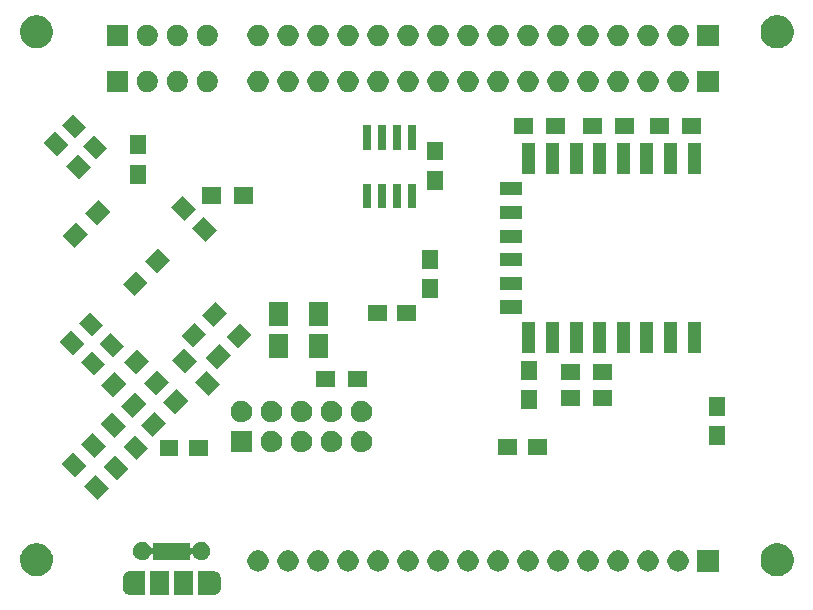
<source format=gbr>
G04 #@! TF.GenerationSoftware,KiCad,Pcbnew,5.1.5*
G04 #@! TF.CreationDate,2019-12-16T15:30:59-05:00*
G04 #@! TF.ProjectId,rustypill,72757374-7970-4696-9c6c-2e6b69636164,rev?*
G04 #@! TF.SameCoordinates,Original*
G04 #@! TF.FileFunction,Soldermask,Bot*
G04 #@! TF.FilePolarity,Negative*
%FSLAX46Y46*%
G04 Gerber Fmt 4.6, Leading zero omitted, Abs format (unit mm)*
G04 Created by KiCad (PCBNEW 5.1.5) date 2019-12-16 15:30:59*
%MOMM*%
%LPD*%
G04 APERTURE LIST*
%ADD10C,0.100000*%
G04 APERTURE END LIST*
D10*
G36*
X78475862Y-141324398D02*
G01*
X78488114Y-141325000D01*
X79701000Y-141325000D01*
X79701000Y-143327000D01*
X78488114Y-143327000D01*
X78475862Y-143327602D01*
X78450000Y-143330149D01*
X78424138Y-143327602D01*
X78411886Y-143327000D01*
X78338594Y-143327000D01*
X78321836Y-143318043D01*
X78310299Y-143313915D01*
X78225307Y-143288132D01*
X78199664Y-143280354D01*
X78086575Y-143219906D01*
X77987447Y-143138554D01*
X77906094Y-143039424D01*
X77845646Y-142926335D01*
X77835960Y-142894403D01*
X77808420Y-142803617D01*
X77799000Y-142707972D01*
X77799000Y-141944027D01*
X77808420Y-141848382D01*
X77845645Y-141725668D01*
X77906096Y-141612574D01*
X77923350Y-141591550D01*
X77987447Y-141513446D01*
X78086576Y-141432094D01*
X78199666Y-141371646D01*
X78199669Y-141371645D01*
X78310290Y-141338088D01*
X78332925Y-141328712D01*
X78338481Y-141325000D01*
X78411886Y-141325000D01*
X78424138Y-141324398D01*
X78450000Y-141321851D01*
X78475862Y-141324398D01*
G37*
G36*
X85475862Y-141324398D02*
G01*
X85488114Y-141325000D01*
X85561406Y-141325000D01*
X85578164Y-141333957D01*
X85589707Y-141338087D01*
X85700331Y-141371645D01*
X85700334Y-141371646D01*
X85813424Y-141432094D01*
X85912554Y-141513447D01*
X85993906Y-141612575D01*
X86054354Y-141725664D01*
X86062039Y-141751000D01*
X86091580Y-141848382D01*
X86101000Y-141944027D01*
X86101000Y-142707973D01*
X86091580Y-142803618D01*
X86064040Y-142894404D01*
X86054354Y-142926336D01*
X85993906Y-143039425D01*
X85912554Y-143138554D01*
X85813425Y-143219906D01*
X85700336Y-143280354D01*
X85674693Y-143288132D01*
X85589708Y-143313913D01*
X85567075Y-143323287D01*
X85561518Y-143327000D01*
X85488114Y-143327000D01*
X85475862Y-143327602D01*
X85450000Y-143330149D01*
X85424138Y-143327602D01*
X85411886Y-143327000D01*
X84199000Y-143327000D01*
X84199000Y-141325000D01*
X85411886Y-141325000D01*
X85424138Y-141324398D01*
X85450000Y-141321851D01*
X85475862Y-141324398D01*
G37*
G36*
X83751000Y-143327000D02*
G01*
X82149000Y-143327000D01*
X82149000Y-141325000D01*
X83751000Y-141325000D01*
X83751000Y-143327000D01*
G37*
G36*
X81751000Y-143327000D02*
G01*
X80149000Y-143327000D01*
X80149000Y-141325000D01*
X81751000Y-141325000D01*
X81751000Y-143327000D01*
G37*
G36*
X70818433Y-138984893D02*
G01*
X70908657Y-139002839D01*
X70957906Y-139023239D01*
X71163621Y-139108449D01*
X71163622Y-139108450D01*
X71393086Y-139261772D01*
X71588228Y-139456914D01*
X71650139Y-139549571D01*
X71741551Y-139686379D01*
X71767965Y-139750148D01*
X71847161Y-139941343D01*
X71857060Y-139991110D01*
X71901000Y-140212012D01*
X71901000Y-140487988D01*
X71847161Y-140758656D01*
X71741551Y-141013621D01*
X71741550Y-141013622D01*
X71588228Y-141243086D01*
X71393086Y-141438228D01*
X71280512Y-141513447D01*
X71163621Y-141591551D01*
X71014267Y-141653415D01*
X70908657Y-141697161D01*
X70818433Y-141715107D01*
X70637988Y-141751000D01*
X70362012Y-141751000D01*
X70181567Y-141715107D01*
X70091343Y-141697161D01*
X69985733Y-141653415D01*
X69836379Y-141591551D01*
X69719488Y-141513447D01*
X69606914Y-141438228D01*
X69411772Y-141243086D01*
X69258450Y-141013622D01*
X69258449Y-141013621D01*
X69152839Y-140758656D01*
X69099000Y-140487988D01*
X69099000Y-140212012D01*
X69142940Y-139991110D01*
X69152839Y-139941343D01*
X69232035Y-139750148D01*
X69258449Y-139686379D01*
X69349861Y-139549571D01*
X69411772Y-139456914D01*
X69606914Y-139261772D01*
X69836378Y-139108450D01*
X69836379Y-139108449D01*
X70042094Y-139023239D01*
X70091343Y-139002839D01*
X70181567Y-138984893D01*
X70362012Y-138949000D01*
X70637988Y-138949000D01*
X70818433Y-138984893D01*
G37*
G36*
X133518433Y-138984893D02*
G01*
X133608657Y-139002839D01*
X133657906Y-139023239D01*
X133863621Y-139108449D01*
X133863622Y-139108450D01*
X134093086Y-139261772D01*
X134288228Y-139456914D01*
X134350139Y-139549571D01*
X134441551Y-139686379D01*
X134467965Y-139750148D01*
X134547161Y-139941343D01*
X134557060Y-139991110D01*
X134601000Y-140212012D01*
X134601000Y-140487988D01*
X134547161Y-140758656D01*
X134441551Y-141013621D01*
X134441550Y-141013622D01*
X134288228Y-141243086D01*
X134093086Y-141438228D01*
X133980512Y-141513447D01*
X133863621Y-141591551D01*
X133714267Y-141653415D01*
X133608657Y-141697161D01*
X133518433Y-141715107D01*
X133337988Y-141751000D01*
X133062012Y-141751000D01*
X132881567Y-141715107D01*
X132791343Y-141697161D01*
X132685733Y-141653415D01*
X132536379Y-141591551D01*
X132419488Y-141513447D01*
X132306914Y-141438228D01*
X132111772Y-141243086D01*
X131958450Y-141013622D01*
X131958449Y-141013621D01*
X131852839Y-140758656D01*
X131799000Y-140487988D01*
X131799000Y-140212012D01*
X131842940Y-139991110D01*
X131852839Y-139941343D01*
X131932035Y-139750148D01*
X131958449Y-139686379D01*
X132049861Y-139549571D01*
X132111772Y-139456914D01*
X132306914Y-139261772D01*
X132536378Y-139108450D01*
X132536379Y-139108449D01*
X132742094Y-139023239D01*
X132791343Y-139002839D01*
X132881567Y-138984893D01*
X133062012Y-138949000D01*
X133337988Y-138949000D01*
X133518433Y-138984893D01*
G37*
G36*
X102063512Y-139553927D02*
G01*
X102212812Y-139583624D01*
X102376784Y-139651544D01*
X102524354Y-139750147D01*
X102649853Y-139875646D01*
X102748456Y-140023216D01*
X102816376Y-140187188D01*
X102851000Y-140361259D01*
X102851000Y-140538741D01*
X102816376Y-140712812D01*
X102748456Y-140876784D01*
X102649853Y-141024354D01*
X102524354Y-141149853D01*
X102376784Y-141248456D01*
X102212812Y-141316376D01*
X102063512Y-141346073D01*
X102038742Y-141351000D01*
X101861258Y-141351000D01*
X101836488Y-141346073D01*
X101687188Y-141316376D01*
X101523216Y-141248456D01*
X101375646Y-141149853D01*
X101250147Y-141024354D01*
X101151544Y-140876784D01*
X101083624Y-140712812D01*
X101049000Y-140538741D01*
X101049000Y-140361259D01*
X101083624Y-140187188D01*
X101151544Y-140023216D01*
X101250147Y-139875646D01*
X101375646Y-139750147D01*
X101523216Y-139651544D01*
X101687188Y-139583624D01*
X101836488Y-139553927D01*
X101861258Y-139549000D01*
X102038742Y-139549000D01*
X102063512Y-139553927D01*
G37*
G36*
X119843512Y-139553927D02*
G01*
X119992812Y-139583624D01*
X120156784Y-139651544D01*
X120304354Y-139750147D01*
X120429853Y-139875646D01*
X120528456Y-140023216D01*
X120596376Y-140187188D01*
X120631000Y-140361259D01*
X120631000Y-140538741D01*
X120596376Y-140712812D01*
X120528456Y-140876784D01*
X120429853Y-141024354D01*
X120304354Y-141149853D01*
X120156784Y-141248456D01*
X119992812Y-141316376D01*
X119843512Y-141346073D01*
X119818742Y-141351000D01*
X119641258Y-141351000D01*
X119616488Y-141346073D01*
X119467188Y-141316376D01*
X119303216Y-141248456D01*
X119155646Y-141149853D01*
X119030147Y-141024354D01*
X118931544Y-140876784D01*
X118863624Y-140712812D01*
X118829000Y-140538741D01*
X118829000Y-140361259D01*
X118863624Y-140187188D01*
X118931544Y-140023216D01*
X119030147Y-139875646D01*
X119155646Y-139750147D01*
X119303216Y-139651544D01*
X119467188Y-139583624D01*
X119616488Y-139553927D01*
X119641258Y-139549000D01*
X119818742Y-139549000D01*
X119843512Y-139553927D01*
G37*
G36*
X117303512Y-139553927D02*
G01*
X117452812Y-139583624D01*
X117616784Y-139651544D01*
X117764354Y-139750147D01*
X117889853Y-139875646D01*
X117988456Y-140023216D01*
X118056376Y-140187188D01*
X118091000Y-140361259D01*
X118091000Y-140538741D01*
X118056376Y-140712812D01*
X117988456Y-140876784D01*
X117889853Y-141024354D01*
X117764354Y-141149853D01*
X117616784Y-141248456D01*
X117452812Y-141316376D01*
X117303512Y-141346073D01*
X117278742Y-141351000D01*
X117101258Y-141351000D01*
X117076488Y-141346073D01*
X116927188Y-141316376D01*
X116763216Y-141248456D01*
X116615646Y-141149853D01*
X116490147Y-141024354D01*
X116391544Y-140876784D01*
X116323624Y-140712812D01*
X116289000Y-140538741D01*
X116289000Y-140361259D01*
X116323624Y-140187188D01*
X116391544Y-140023216D01*
X116490147Y-139875646D01*
X116615646Y-139750147D01*
X116763216Y-139651544D01*
X116927188Y-139583624D01*
X117076488Y-139553927D01*
X117101258Y-139549000D01*
X117278742Y-139549000D01*
X117303512Y-139553927D01*
G37*
G36*
X114763512Y-139553927D02*
G01*
X114912812Y-139583624D01*
X115076784Y-139651544D01*
X115224354Y-139750147D01*
X115349853Y-139875646D01*
X115448456Y-140023216D01*
X115516376Y-140187188D01*
X115551000Y-140361259D01*
X115551000Y-140538741D01*
X115516376Y-140712812D01*
X115448456Y-140876784D01*
X115349853Y-141024354D01*
X115224354Y-141149853D01*
X115076784Y-141248456D01*
X114912812Y-141316376D01*
X114763512Y-141346073D01*
X114738742Y-141351000D01*
X114561258Y-141351000D01*
X114536488Y-141346073D01*
X114387188Y-141316376D01*
X114223216Y-141248456D01*
X114075646Y-141149853D01*
X113950147Y-141024354D01*
X113851544Y-140876784D01*
X113783624Y-140712812D01*
X113749000Y-140538741D01*
X113749000Y-140361259D01*
X113783624Y-140187188D01*
X113851544Y-140023216D01*
X113950147Y-139875646D01*
X114075646Y-139750147D01*
X114223216Y-139651544D01*
X114387188Y-139583624D01*
X114536488Y-139553927D01*
X114561258Y-139549000D01*
X114738742Y-139549000D01*
X114763512Y-139553927D01*
G37*
G36*
X112223512Y-139553927D02*
G01*
X112372812Y-139583624D01*
X112536784Y-139651544D01*
X112684354Y-139750147D01*
X112809853Y-139875646D01*
X112908456Y-140023216D01*
X112976376Y-140187188D01*
X113011000Y-140361259D01*
X113011000Y-140538741D01*
X112976376Y-140712812D01*
X112908456Y-140876784D01*
X112809853Y-141024354D01*
X112684354Y-141149853D01*
X112536784Y-141248456D01*
X112372812Y-141316376D01*
X112223512Y-141346073D01*
X112198742Y-141351000D01*
X112021258Y-141351000D01*
X111996488Y-141346073D01*
X111847188Y-141316376D01*
X111683216Y-141248456D01*
X111535646Y-141149853D01*
X111410147Y-141024354D01*
X111311544Y-140876784D01*
X111243624Y-140712812D01*
X111209000Y-140538741D01*
X111209000Y-140361259D01*
X111243624Y-140187188D01*
X111311544Y-140023216D01*
X111410147Y-139875646D01*
X111535646Y-139750147D01*
X111683216Y-139651544D01*
X111847188Y-139583624D01*
X111996488Y-139553927D01*
X112021258Y-139549000D01*
X112198742Y-139549000D01*
X112223512Y-139553927D01*
G37*
G36*
X109683512Y-139553927D02*
G01*
X109832812Y-139583624D01*
X109996784Y-139651544D01*
X110144354Y-139750147D01*
X110269853Y-139875646D01*
X110368456Y-140023216D01*
X110436376Y-140187188D01*
X110471000Y-140361259D01*
X110471000Y-140538741D01*
X110436376Y-140712812D01*
X110368456Y-140876784D01*
X110269853Y-141024354D01*
X110144354Y-141149853D01*
X109996784Y-141248456D01*
X109832812Y-141316376D01*
X109683512Y-141346073D01*
X109658742Y-141351000D01*
X109481258Y-141351000D01*
X109456488Y-141346073D01*
X109307188Y-141316376D01*
X109143216Y-141248456D01*
X108995646Y-141149853D01*
X108870147Y-141024354D01*
X108771544Y-140876784D01*
X108703624Y-140712812D01*
X108669000Y-140538741D01*
X108669000Y-140361259D01*
X108703624Y-140187188D01*
X108771544Y-140023216D01*
X108870147Y-139875646D01*
X108995646Y-139750147D01*
X109143216Y-139651544D01*
X109307188Y-139583624D01*
X109456488Y-139553927D01*
X109481258Y-139549000D01*
X109658742Y-139549000D01*
X109683512Y-139553927D01*
G37*
G36*
X107143512Y-139553927D02*
G01*
X107292812Y-139583624D01*
X107456784Y-139651544D01*
X107604354Y-139750147D01*
X107729853Y-139875646D01*
X107828456Y-140023216D01*
X107896376Y-140187188D01*
X107931000Y-140361259D01*
X107931000Y-140538741D01*
X107896376Y-140712812D01*
X107828456Y-140876784D01*
X107729853Y-141024354D01*
X107604354Y-141149853D01*
X107456784Y-141248456D01*
X107292812Y-141316376D01*
X107143512Y-141346073D01*
X107118742Y-141351000D01*
X106941258Y-141351000D01*
X106916488Y-141346073D01*
X106767188Y-141316376D01*
X106603216Y-141248456D01*
X106455646Y-141149853D01*
X106330147Y-141024354D01*
X106231544Y-140876784D01*
X106163624Y-140712812D01*
X106129000Y-140538741D01*
X106129000Y-140361259D01*
X106163624Y-140187188D01*
X106231544Y-140023216D01*
X106330147Y-139875646D01*
X106455646Y-139750147D01*
X106603216Y-139651544D01*
X106767188Y-139583624D01*
X106916488Y-139553927D01*
X106941258Y-139549000D01*
X107118742Y-139549000D01*
X107143512Y-139553927D01*
G37*
G36*
X104603512Y-139553927D02*
G01*
X104752812Y-139583624D01*
X104916784Y-139651544D01*
X105064354Y-139750147D01*
X105189853Y-139875646D01*
X105288456Y-140023216D01*
X105356376Y-140187188D01*
X105391000Y-140361259D01*
X105391000Y-140538741D01*
X105356376Y-140712812D01*
X105288456Y-140876784D01*
X105189853Y-141024354D01*
X105064354Y-141149853D01*
X104916784Y-141248456D01*
X104752812Y-141316376D01*
X104603512Y-141346073D01*
X104578742Y-141351000D01*
X104401258Y-141351000D01*
X104376488Y-141346073D01*
X104227188Y-141316376D01*
X104063216Y-141248456D01*
X103915646Y-141149853D01*
X103790147Y-141024354D01*
X103691544Y-140876784D01*
X103623624Y-140712812D01*
X103589000Y-140538741D01*
X103589000Y-140361259D01*
X103623624Y-140187188D01*
X103691544Y-140023216D01*
X103790147Y-139875646D01*
X103915646Y-139750147D01*
X104063216Y-139651544D01*
X104227188Y-139583624D01*
X104376488Y-139553927D01*
X104401258Y-139549000D01*
X104578742Y-139549000D01*
X104603512Y-139553927D01*
G37*
G36*
X99523512Y-139553927D02*
G01*
X99672812Y-139583624D01*
X99836784Y-139651544D01*
X99984354Y-139750147D01*
X100109853Y-139875646D01*
X100208456Y-140023216D01*
X100276376Y-140187188D01*
X100311000Y-140361259D01*
X100311000Y-140538741D01*
X100276376Y-140712812D01*
X100208456Y-140876784D01*
X100109853Y-141024354D01*
X99984354Y-141149853D01*
X99836784Y-141248456D01*
X99672812Y-141316376D01*
X99523512Y-141346073D01*
X99498742Y-141351000D01*
X99321258Y-141351000D01*
X99296488Y-141346073D01*
X99147188Y-141316376D01*
X98983216Y-141248456D01*
X98835646Y-141149853D01*
X98710147Y-141024354D01*
X98611544Y-140876784D01*
X98543624Y-140712812D01*
X98509000Y-140538741D01*
X98509000Y-140361259D01*
X98543624Y-140187188D01*
X98611544Y-140023216D01*
X98710147Y-139875646D01*
X98835646Y-139750147D01*
X98983216Y-139651544D01*
X99147188Y-139583624D01*
X99296488Y-139553927D01*
X99321258Y-139549000D01*
X99498742Y-139549000D01*
X99523512Y-139553927D01*
G37*
G36*
X96983512Y-139553927D02*
G01*
X97132812Y-139583624D01*
X97296784Y-139651544D01*
X97444354Y-139750147D01*
X97569853Y-139875646D01*
X97668456Y-140023216D01*
X97736376Y-140187188D01*
X97771000Y-140361259D01*
X97771000Y-140538741D01*
X97736376Y-140712812D01*
X97668456Y-140876784D01*
X97569853Y-141024354D01*
X97444354Y-141149853D01*
X97296784Y-141248456D01*
X97132812Y-141316376D01*
X96983512Y-141346073D01*
X96958742Y-141351000D01*
X96781258Y-141351000D01*
X96756488Y-141346073D01*
X96607188Y-141316376D01*
X96443216Y-141248456D01*
X96295646Y-141149853D01*
X96170147Y-141024354D01*
X96071544Y-140876784D01*
X96003624Y-140712812D01*
X95969000Y-140538741D01*
X95969000Y-140361259D01*
X96003624Y-140187188D01*
X96071544Y-140023216D01*
X96170147Y-139875646D01*
X96295646Y-139750147D01*
X96443216Y-139651544D01*
X96607188Y-139583624D01*
X96756488Y-139553927D01*
X96781258Y-139549000D01*
X96958742Y-139549000D01*
X96983512Y-139553927D01*
G37*
G36*
X94443512Y-139553927D02*
G01*
X94592812Y-139583624D01*
X94756784Y-139651544D01*
X94904354Y-139750147D01*
X95029853Y-139875646D01*
X95128456Y-140023216D01*
X95196376Y-140187188D01*
X95231000Y-140361259D01*
X95231000Y-140538741D01*
X95196376Y-140712812D01*
X95128456Y-140876784D01*
X95029853Y-141024354D01*
X94904354Y-141149853D01*
X94756784Y-141248456D01*
X94592812Y-141316376D01*
X94443512Y-141346073D01*
X94418742Y-141351000D01*
X94241258Y-141351000D01*
X94216488Y-141346073D01*
X94067188Y-141316376D01*
X93903216Y-141248456D01*
X93755646Y-141149853D01*
X93630147Y-141024354D01*
X93531544Y-140876784D01*
X93463624Y-140712812D01*
X93429000Y-140538741D01*
X93429000Y-140361259D01*
X93463624Y-140187188D01*
X93531544Y-140023216D01*
X93630147Y-139875646D01*
X93755646Y-139750147D01*
X93903216Y-139651544D01*
X94067188Y-139583624D01*
X94216488Y-139553927D01*
X94241258Y-139549000D01*
X94418742Y-139549000D01*
X94443512Y-139553927D01*
G37*
G36*
X91903512Y-139553927D02*
G01*
X92052812Y-139583624D01*
X92216784Y-139651544D01*
X92364354Y-139750147D01*
X92489853Y-139875646D01*
X92588456Y-140023216D01*
X92656376Y-140187188D01*
X92691000Y-140361259D01*
X92691000Y-140538741D01*
X92656376Y-140712812D01*
X92588456Y-140876784D01*
X92489853Y-141024354D01*
X92364354Y-141149853D01*
X92216784Y-141248456D01*
X92052812Y-141316376D01*
X91903512Y-141346073D01*
X91878742Y-141351000D01*
X91701258Y-141351000D01*
X91676488Y-141346073D01*
X91527188Y-141316376D01*
X91363216Y-141248456D01*
X91215646Y-141149853D01*
X91090147Y-141024354D01*
X90991544Y-140876784D01*
X90923624Y-140712812D01*
X90889000Y-140538741D01*
X90889000Y-140361259D01*
X90923624Y-140187188D01*
X90991544Y-140023216D01*
X91090147Y-139875646D01*
X91215646Y-139750147D01*
X91363216Y-139651544D01*
X91527188Y-139583624D01*
X91676488Y-139553927D01*
X91701258Y-139549000D01*
X91878742Y-139549000D01*
X91903512Y-139553927D01*
G37*
G36*
X89363512Y-139553927D02*
G01*
X89512812Y-139583624D01*
X89676784Y-139651544D01*
X89824354Y-139750147D01*
X89949853Y-139875646D01*
X90048456Y-140023216D01*
X90116376Y-140187188D01*
X90151000Y-140361259D01*
X90151000Y-140538741D01*
X90116376Y-140712812D01*
X90048456Y-140876784D01*
X89949853Y-141024354D01*
X89824354Y-141149853D01*
X89676784Y-141248456D01*
X89512812Y-141316376D01*
X89363512Y-141346073D01*
X89338742Y-141351000D01*
X89161258Y-141351000D01*
X89136488Y-141346073D01*
X88987188Y-141316376D01*
X88823216Y-141248456D01*
X88675646Y-141149853D01*
X88550147Y-141024354D01*
X88451544Y-140876784D01*
X88383624Y-140712812D01*
X88349000Y-140538741D01*
X88349000Y-140361259D01*
X88383624Y-140187188D01*
X88451544Y-140023216D01*
X88550147Y-139875646D01*
X88675646Y-139750147D01*
X88823216Y-139651544D01*
X88987188Y-139583624D01*
X89136488Y-139553927D01*
X89161258Y-139549000D01*
X89338742Y-139549000D01*
X89363512Y-139553927D01*
G37*
G36*
X124923512Y-139553927D02*
G01*
X125072812Y-139583624D01*
X125236784Y-139651544D01*
X125384354Y-139750147D01*
X125509853Y-139875646D01*
X125608456Y-140023216D01*
X125676376Y-140187188D01*
X125711000Y-140361259D01*
X125711000Y-140538741D01*
X125676376Y-140712812D01*
X125608456Y-140876784D01*
X125509853Y-141024354D01*
X125384354Y-141149853D01*
X125236784Y-141248456D01*
X125072812Y-141316376D01*
X124923512Y-141346073D01*
X124898742Y-141351000D01*
X124721258Y-141351000D01*
X124696488Y-141346073D01*
X124547188Y-141316376D01*
X124383216Y-141248456D01*
X124235646Y-141149853D01*
X124110147Y-141024354D01*
X124011544Y-140876784D01*
X123943624Y-140712812D01*
X123909000Y-140538741D01*
X123909000Y-140361259D01*
X123943624Y-140187188D01*
X124011544Y-140023216D01*
X124110147Y-139875646D01*
X124235646Y-139750147D01*
X124383216Y-139651544D01*
X124547188Y-139583624D01*
X124696488Y-139553927D01*
X124721258Y-139549000D01*
X124898742Y-139549000D01*
X124923512Y-139553927D01*
G37*
G36*
X122383512Y-139553927D02*
G01*
X122532812Y-139583624D01*
X122696784Y-139651544D01*
X122844354Y-139750147D01*
X122969853Y-139875646D01*
X123068456Y-140023216D01*
X123136376Y-140187188D01*
X123171000Y-140361259D01*
X123171000Y-140538741D01*
X123136376Y-140712812D01*
X123068456Y-140876784D01*
X122969853Y-141024354D01*
X122844354Y-141149853D01*
X122696784Y-141248456D01*
X122532812Y-141316376D01*
X122383512Y-141346073D01*
X122358742Y-141351000D01*
X122181258Y-141351000D01*
X122156488Y-141346073D01*
X122007188Y-141316376D01*
X121843216Y-141248456D01*
X121695646Y-141149853D01*
X121570147Y-141024354D01*
X121471544Y-140876784D01*
X121403624Y-140712812D01*
X121369000Y-140538741D01*
X121369000Y-140361259D01*
X121403624Y-140187188D01*
X121471544Y-140023216D01*
X121570147Y-139875646D01*
X121695646Y-139750147D01*
X121843216Y-139651544D01*
X122007188Y-139583624D01*
X122156488Y-139553927D01*
X122181258Y-139549000D01*
X122358742Y-139549000D01*
X122383512Y-139553927D01*
G37*
G36*
X128251000Y-141351000D02*
G01*
X126449000Y-141351000D01*
X126449000Y-139549000D01*
X128251000Y-139549000D01*
X128251000Y-141351000D01*
G37*
G36*
X79676348Y-138879820D02*
G01*
X79676350Y-138879821D01*
X79676351Y-138879821D01*
X79817574Y-138938317D01*
X79817577Y-138938319D01*
X79944669Y-139023239D01*
X80052761Y-139131331D01*
X80109375Y-139216060D01*
X80137683Y-139258426D01*
X80158517Y-139308725D01*
X80170068Y-139330336D01*
X80185614Y-139349278D01*
X80204556Y-139364823D01*
X80226166Y-139376374D01*
X80249615Y-139383487D01*
X80274001Y-139385889D01*
X80298387Y-139383487D01*
X80321836Y-139376374D01*
X80343447Y-139364823D01*
X80362389Y-139349277D01*
X80377934Y-139330335D01*
X80389485Y-139308725D01*
X80396598Y-139285276D01*
X80399000Y-139260890D01*
X80399000Y-138900000D01*
X83501000Y-138900000D01*
X83501000Y-139260890D01*
X83503402Y-139285276D01*
X83510515Y-139308725D01*
X83522066Y-139330336D01*
X83537611Y-139349278D01*
X83556553Y-139364823D01*
X83578164Y-139376374D01*
X83601613Y-139383487D01*
X83625999Y-139385889D01*
X83650385Y-139383487D01*
X83673834Y-139376374D01*
X83695445Y-139364823D01*
X83714387Y-139349278D01*
X83729932Y-139330336D01*
X83741483Y-139308725D01*
X83762317Y-139258426D01*
X83790625Y-139216060D01*
X83847239Y-139131331D01*
X83955331Y-139023239D01*
X84082423Y-138938319D01*
X84082426Y-138938317D01*
X84223649Y-138879821D01*
X84223650Y-138879821D01*
X84223652Y-138879820D01*
X84373569Y-138850000D01*
X84526431Y-138850000D01*
X84676348Y-138879820D01*
X84676350Y-138879821D01*
X84676351Y-138879821D01*
X84817574Y-138938317D01*
X84817577Y-138938319D01*
X84944669Y-139023239D01*
X85052761Y-139131331D01*
X85137681Y-139258423D01*
X85137683Y-139258426D01*
X85190479Y-139385889D01*
X85196180Y-139399652D01*
X85226000Y-139549569D01*
X85226000Y-139702431D01*
X85216509Y-139750148D01*
X85196179Y-139852351D01*
X85137683Y-139993574D01*
X85137682Y-139993575D01*
X85137681Y-139993577D01*
X85052761Y-140120669D01*
X84944669Y-140228761D01*
X84817577Y-140313681D01*
X84817574Y-140313683D01*
X84676351Y-140372179D01*
X84676350Y-140372179D01*
X84676348Y-140372180D01*
X84526431Y-140402000D01*
X84373569Y-140402000D01*
X84223652Y-140372180D01*
X84223650Y-140372179D01*
X84223649Y-140372179D01*
X84082426Y-140313683D01*
X84082423Y-140313681D01*
X83955331Y-140228761D01*
X83847239Y-140120669D01*
X83762318Y-139993575D01*
X83762317Y-139993574D01*
X83741481Y-139943272D01*
X83729932Y-139921664D01*
X83714386Y-139902722D01*
X83695444Y-139887177D01*
X83673834Y-139875626D01*
X83650385Y-139868513D01*
X83625999Y-139866111D01*
X83601613Y-139868513D01*
X83578164Y-139875626D01*
X83556553Y-139887177D01*
X83537611Y-139902723D01*
X83522066Y-139921665D01*
X83510515Y-139943275D01*
X83503402Y-139966724D01*
X83501000Y-139991110D01*
X83501000Y-140352000D01*
X80399000Y-140352000D01*
X80399000Y-139991110D01*
X80396598Y-139966724D01*
X80389485Y-139943275D01*
X80377934Y-139921664D01*
X80362389Y-139902722D01*
X80343447Y-139887177D01*
X80321836Y-139875626D01*
X80298387Y-139868513D01*
X80274001Y-139866111D01*
X80249615Y-139868513D01*
X80226166Y-139875626D01*
X80204555Y-139887177D01*
X80185613Y-139902722D01*
X80170068Y-139921664D01*
X80158519Y-139943272D01*
X80137683Y-139993574D01*
X80137682Y-139993575D01*
X80052761Y-140120669D01*
X79944669Y-140228761D01*
X79817577Y-140313681D01*
X79817574Y-140313683D01*
X79676351Y-140372179D01*
X79676350Y-140372179D01*
X79676348Y-140372180D01*
X79526431Y-140402000D01*
X79373569Y-140402000D01*
X79223652Y-140372180D01*
X79223650Y-140372179D01*
X79223649Y-140372179D01*
X79082426Y-140313683D01*
X79082423Y-140313681D01*
X78955331Y-140228761D01*
X78847239Y-140120669D01*
X78762319Y-139993577D01*
X78762318Y-139993575D01*
X78762317Y-139993574D01*
X78703821Y-139852351D01*
X78683492Y-139750148D01*
X78674000Y-139702431D01*
X78674000Y-139549569D01*
X78703820Y-139399652D01*
X78709521Y-139385889D01*
X78762317Y-139258426D01*
X78762319Y-139258423D01*
X78847239Y-139131331D01*
X78955331Y-139023239D01*
X79082423Y-138938319D01*
X79082426Y-138938317D01*
X79223649Y-138879821D01*
X79223650Y-138879821D01*
X79223652Y-138879820D01*
X79373569Y-138850000D01*
X79526431Y-138850000D01*
X79676348Y-138879820D01*
G37*
G36*
X76646668Y-134295305D02*
G01*
X75655305Y-135286668D01*
X74522520Y-134153883D01*
X75513883Y-133162520D01*
X76646668Y-134295305D01*
G37*
G36*
X78296668Y-132645305D02*
G01*
X77305305Y-133636668D01*
X76172520Y-132503883D01*
X77163883Y-131512520D01*
X78296668Y-132645305D01*
G37*
G36*
X74737480Y-132386117D02*
G01*
X73746117Y-133377480D01*
X72613332Y-132244695D01*
X73604695Y-131253332D01*
X74737480Y-132386117D01*
G37*
G36*
X79966668Y-130925305D02*
G01*
X78975305Y-131916668D01*
X77842520Y-130783883D01*
X78833883Y-129792520D01*
X79966668Y-130925305D01*
G37*
G36*
X76387480Y-130736117D02*
G01*
X75396117Y-131727480D01*
X74263332Y-130594695D01*
X75254695Y-129603332D01*
X76387480Y-130736117D01*
G37*
G36*
X85017100Y-131542000D02*
G01*
X83415100Y-131542000D01*
X83415100Y-130190000D01*
X85017100Y-130190000D01*
X85017100Y-131542000D01*
G37*
G36*
X82517100Y-131542000D02*
G01*
X80915100Y-131542000D01*
X80915100Y-130190000D01*
X82517100Y-130190000D01*
X82517100Y-131542000D01*
G37*
G36*
X113701000Y-131501000D02*
G01*
X112099000Y-131501000D01*
X112099000Y-130149000D01*
X113701000Y-130149000D01*
X113701000Y-131501000D01*
G37*
G36*
X111201000Y-131501000D02*
G01*
X109599000Y-131501000D01*
X109599000Y-130149000D01*
X111201000Y-130149000D01*
X111201000Y-131501000D01*
G37*
G36*
X95726778Y-129470547D02*
G01*
X95893224Y-129539491D01*
X96043022Y-129639583D01*
X96170417Y-129766978D01*
X96270509Y-129916776D01*
X96339453Y-130083222D01*
X96374600Y-130259918D01*
X96374600Y-130440082D01*
X96339453Y-130616778D01*
X96270509Y-130783224D01*
X96170417Y-130933022D01*
X96043022Y-131060417D01*
X95893224Y-131160509D01*
X95726778Y-131229453D01*
X95550082Y-131264600D01*
X95369918Y-131264600D01*
X95193222Y-131229453D01*
X95026776Y-131160509D01*
X94876978Y-131060417D01*
X94749583Y-130933022D01*
X94649491Y-130783224D01*
X94580547Y-130616778D01*
X94545400Y-130440082D01*
X94545400Y-130259918D01*
X94580547Y-130083222D01*
X94649491Y-129916776D01*
X94749583Y-129766978D01*
X94876978Y-129639583D01*
X95026776Y-129539491D01*
X95193222Y-129470547D01*
X95369918Y-129435400D01*
X95550082Y-129435400D01*
X95726778Y-129470547D01*
G37*
G36*
X98266778Y-129470547D02*
G01*
X98433224Y-129539491D01*
X98583022Y-129639583D01*
X98710417Y-129766978D01*
X98810509Y-129916776D01*
X98879453Y-130083222D01*
X98914600Y-130259918D01*
X98914600Y-130440082D01*
X98879453Y-130616778D01*
X98810509Y-130783224D01*
X98710417Y-130933022D01*
X98583022Y-131060417D01*
X98433224Y-131160509D01*
X98266778Y-131229453D01*
X98090082Y-131264600D01*
X97909918Y-131264600D01*
X97733222Y-131229453D01*
X97566776Y-131160509D01*
X97416978Y-131060417D01*
X97289583Y-130933022D01*
X97189491Y-130783224D01*
X97120547Y-130616778D01*
X97085400Y-130440082D01*
X97085400Y-130259918D01*
X97120547Y-130083222D01*
X97189491Y-129916776D01*
X97289583Y-129766978D01*
X97416978Y-129639583D01*
X97566776Y-129539491D01*
X97733222Y-129470547D01*
X97909918Y-129435400D01*
X98090082Y-129435400D01*
X98266778Y-129470547D01*
G37*
G36*
X93186778Y-129470547D02*
G01*
X93353224Y-129539491D01*
X93503022Y-129639583D01*
X93630417Y-129766978D01*
X93730509Y-129916776D01*
X93799453Y-130083222D01*
X93834600Y-130259918D01*
X93834600Y-130440082D01*
X93799453Y-130616778D01*
X93730509Y-130783224D01*
X93630417Y-130933022D01*
X93503022Y-131060417D01*
X93353224Y-131160509D01*
X93186778Y-131229453D01*
X93010082Y-131264600D01*
X92829918Y-131264600D01*
X92653222Y-131229453D01*
X92486776Y-131160509D01*
X92336978Y-131060417D01*
X92209583Y-130933022D01*
X92109491Y-130783224D01*
X92040547Y-130616778D01*
X92005400Y-130440082D01*
X92005400Y-130259918D01*
X92040547Y-130083222D01*
X92109491Y-129916776D01*
X92209583Y-129766978D01*
X92336978Y-129639583D01*
X92486776Y-129539491D01*
X92653222Y-129470547D01*
X92829918Y-129435400D01*
X93010082Y-129435400D01*
X93186778Y-129470547D01*
G37*
G36*
X90646778Y-129470547D02*
G01*
X90813224Y-129539491D01*
X90963022Y-129639583D01*
X91090417Y-129766978D01*
X91190509Y-129916776D01*
X91259453Y-130083222D01*
X91294600Y-130259918D01*
X91294600Y-130440082D01*
X91259453Y-130616778D01*
X91190509Y-130783224D01*
X91090417Y-130933022D01*
X90963022Y-131060417D01*
X90813224Y-131160509D01*
X90646778Y-131229453D01*
X90470082Y-131264600D01*
X90289918Y-131264600D01*
X90113222Y-131229453D01*
X89946776Y-131160509D01*
X89796978Y-131060417D01*
X89669583Y-130933022D01*
X89569491Y-130783224D01*
X89500547Y-130616778D01*
X89465400Y-130440082D01*
X89465400Y-130259918D01*
X89500547Y-130083222D01*
X89569491Y-129916776D01*
X89669583Y-129766978D01*
X89796978Y-129639583D01*
X89946776Y-129539491D01*
X90113222Y-129470547D01*
X90289918Y-129435400D01*
X90470082Y-129435400D01*
X90646778Y-129470547D01*
G37*
G36*
X88754600Y-131264600D02*
G01*
X86925400Y-131264600D01*
X86925400Y-129435400D01*
X88754600Y-129435400D01*
X88754600Y-131264600D01*
G37*
G36*
X128766000Y-130671000D02*
G01*
X127414000Y-130671000D01*
X127414000Y-129069000D01*
X128766000Y-129069000D01*
X128766000Y-130671000D01*
G37*
G36*
X78057480Y-129016117D02*
G01*
X77066117Y-130007480D01*
X75933332Y-128874695D01*
X76924695Y-127883332D01*
X78057480Y-129016117D01*
G37*
G36*
X81437080Y-128803883D02*
G01*
X80304295Y-129936668D01*
X79312932Y-128945305D01*
X80445717Y-127812520D01*
X81437080Y-128803883D01*
G37*
G36*
X93186778Y-126930547D02*
G01*
X93353224Y-126999491D01*
X93503022Y-127099583D01*
X93630417Y-127226978D01*
X93730509Y-127376776D01*
X93799453Y-127543222D01*
X93834600Y-127719918D01*
X93834600Y-127900082D01*
X93799453Y-128076778D01*
X93730509Y-128243224D01*
X93630417Y-128393022D01*
X93503022Y-128520417D01*
X93353224Y-128620509D01*
X93186778Y-128689453D01*
X93010082Y-128724600D01*
X92829918Y-128724600D01*
X92653222Y-128689453D01*
X92486776Y-128620509D01*
X92336978Y-128520417D01*
X92209583Y-128393022D01*
X92109491Y-128243224D01*
X92040547Y-128076778D01*
X92005400Y-127900082D01*
X92005400Y-127719918D01*
X92040547Y-127543222D01*
X92109491Y-127376776D01*
X92209583Y-127226978D01*
X92336978Y-127099583D01*
X92486776Y-126999491D01*
X92653222Y-126930547D01*
X92829918Y-126895400D01*
X93010082Y-126895400D01*
X93186778Y-126930547D01*
G37*
G36*
X98266778Y-126930547D02*
G01*
X98433224Y-126999491D01*
X98583022Y-127099583D01*
X98710417Y-127226978D01*
X98810509Y-127376776D01*
X98879453Y-127543222D01*
X98914600Y-127719918D01*
X98914600Y-127900082D01*
X98879453Y-128076778D01*
X98810509Y-128243224D01*
X98710417Y-128393022D01*
X98583022Y-128520417D01*
X98433224Y-128620509D01*
X98266778Y-128689453D01*
X98090082Y-128724600D01*
X97909918Y-128724600D01*
X97733222Y-128689453D01*
X97566776Y-128620509D01*
X97416978Y-128520417D01*
X97289583Y-128393022D01*
X97189491Y-128243224D01*
X97120547Y-128076778D01*
X97085400Y-127900082D01*
X97085400Y-127719918D01*
X97120547Y-127543222D01*
X97189491Y-127376776D01*
X97289583Y-127226978D01*
X97416978Y-127099583D01*
X97566776Y-126999491D01*
X97733222Y-126930547D01*
X97909918Y-126895400D01*
X98090082Y-126895400D01*
X98266778Y-126930547D01*
G37*
G36*
X90646778Y-126930547D02*
G01*
X90813224Y-126999491D01*
X90963022Y-127099583D01*
X91090417Y-127226978D01*
X91190509Y-127376776D01*
X91259453Y-127543222D01*
X91294600Y-127719918D01*
X91294600Y-127900082D01*
X91259453Y-128076778D01*
X91190509Y-128243224D01*
X91090417Y-128393022D01*
X90963022Y-128520417D01*
X90813224Y-128620509D01*
X90646778Y-128689453D01*
X90470082Y-128724600D01*
X90289918Y-128724600D01*
X90113222Y-128689453D01*
X89946776Y-128620509D01*
X89796978Y-128520417D01*
X89669583Y-128393022D01*
X89569491Y-128243224D01*
X89500547Y-128076778D01*
X89465400Y-127900082D01*
X89465400Y-127719918D01*
X89500547Y-127543222D01*
X89569491Y-127376776D01*
X89669583Y-127226978D01*
X89796978Y-127099583D01*
X89946776Y-126999491D01*
X90113222Y-126930547D01*
X90289918Y-126895400D01*
X90470082Y-126895400D01*
X90646778Y-126930547D01*
G37*
G36*
X88106778Y-126930547D02*
G01*
X88273224Y-126999491D01*
X88423022Y-127099583D01*
X88550417Y-127226978D01*
X88650509Y-127376776D01*
X88719453Y-127543222D01*
X88754600Y-127719918D01*
X88754600Y-127900082D01*
X88719453Y-128076778D01*
X88650509Y-128243224D01*
X88550417Y-128393022D01*
X88423022Y-128520417D01*
X88273224Y-128620509D01*
X88106778Y-128689453D01*
X87930082Y-128724600D01*
X87749918Y-128724600D01*
X87573222Y-128689453D01*
X87406776Y-128620509D01*
X87256978Y-128520417D01*
X87129583Y-128393022D01*
X87029491Y-128243224D01*
X86960547Y-128076778D01*
X86925400Y-127900082D01*
X86925400Y-127719918D01*
X86960547Y-127543222D01*
X87029491Y-127376776D01*
X87129583Y-127226978D01*
X87256978Y-127099583D01*
X87406776Y-126999491D01*
X87573222Y-126930547D01*
X87749918Y-126895400D01*
X87930082Y-126895400D01*
X88106778Y-126930547D01*
G37*
G36*
X95726778Y-126930547D02*
G01*
X95893224Y-126999491D01*
X96043022Y-127099583D01*
X96170417Y-127226978D01*
X96270509Y-127376776D01*
X96339453Y-127543222D01*
X96374600Y-127719918D01*
X96374600Y-127900082D01*
X96339453Y-128076778D01*
X96270509Y-128243224D01*
X96170417Y-128393022D01*
X96043022Y-128520417D01*
X95893224Y-128620509D01*
X95726778Y-128689453D01*
X95550082Y-128724600D01*
X95369918Y-128724600D01*
X95193222Y-128689453D01*
X95026776Y-128620509D01*
X94876978Y-128520417D01*
X94749583Y-128393022D01*
X94649491Y-128243224D01*
X94580547Y-128076778D01*
X94545400Y-127900082D01*
X94545400Y-127719918D01*
X94580547Y-127543222D01*
X94649491Y-127376776D01*
X94749583Y-127226978D01*
X94876978Y-127099583D01*
X95026776Y-126999491D01*
X95193222Y-126930547D01*
X95369918Y-126895400D01*
X95550082Y-126895400D01*
X95726778Y-126930547D01*
G37*
G36*
X79807480Y-127183883D02*
G01*
X78674695Y-128316668D01*
X77683332Y-127325305D01*
X78816117Y-126192520D01*
X79807480Y-127183883D01*
G37*
G36*
X128766000Y-128171000D02*
G01*
X127414000Y-128171000D01*
X127414000Y-126569000D01*
X128766000Y-126569000D01*
X128766000Y-128171000D01*
G37*
G36*
X83346268Y-126894695D02*
G01*
X82213483Y-128027480D01*
X81222120Y-127036117D01*
X82354905Y-125903332D01*
X83346268Y-126894695D01*
G37*
G36*
X112876000Y-127601000D02*
G01*
X111524000Y-127601000D01*
X111524000Y-125999000D01*
X112876000Y-125999000D01*
X112876000Y-127601000D01*
G37*
G36*
X119201000Y-127351000D02*
G01*
X117599000Y-127351000D01*
X117599000Y-125949000D01*
X119201000Y-125949000D01*
X119201000Y-127351000D01*
G37*
G36*
X116501000Y-127351000D02*
G01*
X114899000Y-127351000D01*
X114899000Y-125949000D01*
X116501000Y-125949000D01*
X116501000Y-127351000D01*
G37*
G36*
X78107480Y-125433883D02*
G01*
X76974695Y-126566668D01*
X75983332Y-125575305D01*
X77116117Y-124442520D01*
X78107480Y-125433883D01*
G37*
G36*
X86012068Y-125470305D02*
G01*
X85020705Y-126461668D01*
X83887920Y-125328883D01*
X84879283Y-124337520D01*
X86012068Y-125470305D01*
G37*
G36*
X81716668Y-125274695D02*
G01*
X80583883Y-126407480D01*
X79592520Y-125416117D01*
X80725305Y-124283332D01*
X81716668Y-125274695D01*
G37*
G36*
X95751000Y-125751000D02*
G01*
X94149000Y-125751000D01*
X94149000Y-124349000D01*
X95751000Y-124349000D01*
X95751000Y-125751000D01*
G37*
G36*
X98451000Y-125751000D02*
G01*
X96849000Y-125751000D01*
X96849000Y-124349000D01*
X98451000Y-124349000D01*
X98451000Y-125751000D01*
G37*
G36*
X116501000Y-125151000D02*
G01*
X114899000Y-125151000D01*
X114899000Y-123749000D01*
X116501000Y-123749000D01*
X116501000Y-125151000D01*
G37*
G36*
X119201000Y-125151000D02*
G01*
X117599000Y-125151000D01*
X117599000Y-123749000D01*
X119201000Y-123749000D01*
X119201000Y-125151000D01*
G37*
G36*
X112876000Y-125101000D02*
G01*
X111524000Y-125101000D01*
X111524000Y-123499000D01*
X112876000Y-123499000D01*
X112876000Y-125101000D01*
G37*
G36*
X76328280Y-123822271D02*
G01*
X75372271Y-124778280D01*
X74239486Y-123645495D01*
X75195495Y-122689486D01*
X76328280Y-123822271D01*
G37*
G36*
X80016668Y-123524695D02*
G01*
X78883883Y-124657480D01*
X77892520Y-123666117D01*
X79025305Y-122533332D01*
X80016668Y-123524695D01*
G37*
G36*
X84102880Y-123561117D02*
G01*
X83111517Y-124552480D01*
X81978732Y-123419695D01*
X82970095Y-122428332D01*
X84102880Y-123561117D01*
G37*
G36*
X86944414Y-123061495D02*
G01*
X85811629Y-124194280D01*
X84855620Y-123238271D01*
X85988405Y-122105486D01*
X86944414Y-123061495D01*
G37*
G36*
X91801000Y-123301000D02*
G01*
X90199000Y-123301000D01*
X90199000Y-121249000D01*
X91801000Y-121249000D01*
X91801000Y-123301000D01*
G37*
G36*
X95201000Y-123301000D02*
G01*
X93599000Y-123301000D01*
X93599000Y-121249000D01*
X95201000Y-121249000D01*
X95201000Y-123301000D01*
G37*
G36*
X77912180Y-122256271D02*
G01*
X76956171Y-123212280D01*
X75823386Y-122079495D01*
X76779395Y-121123486D01*
X77912180Y-122256271D01*
G37*
G36*
X74560514Y-122054505D02*
G01*
X73604505Y-123010514D01*
X72471720Y-121877729D01*
X73427729Y-120921720D01*
X74560514Y-122054505D01*
G37*
G36*
X114731000Y-122857000D02*
G01*
X113629000Y-122857000D01*
X113629000Y-120255000D01*
X114731000Y-120255000D01*
X114731000Y-122857000D01*
G37*
G36*
X116731000Y-122857000D02*
G01*
X115629000Y-122857000D01*
X115629000Y-120255000D01*
X116731000Y-120255000D01*
X116731000Y-122857000D01*
G37*
G36*
X126731000Y-122857000D02*
G01*
X125629000Y-122857000D01*
X125629000Y-120255000D01*
X126731000Y-120255000D01*
X126731000Y-122857000D01*
G37*
G36*
X124731000Y-122857000D02*
G01*
X123629000Y-122857000D01*
X123629000Y-120255000D01*
X124731000Y-120255000D01*
X124731000Y-122857000D01*
G37*
G36*
X122731000Y-122857000D02*
G01*
X121629000Y-122857000D01*
X121629000Y-120255000D01*
X122731000Y-120255000D01*
X122731000Y-122857000D01*
G37*
G36*
X120731000Y-122857000D02*
G01*
X119629000Y-122857000D01*
X119629000Y-120255000D01*
X120731000Y-120255000D01*
X120731000Y-122857000D01*
G37*
G36*
X118731000Y-122857000D02*
G01*
X117629000Y-122857000D01*
X117629000Y-120255000D01*
X118731000Y-120255000D01*
X118731000Y-122857000D01*
G37*
G36*
X112731000Y-122857000D02*
G01*
X111629000Y-122857000D01*
X111629000Y-120255000D01*
X112731000Y-120255000D01*
X112731000Y-122857000D01*
G37*
G36*
X88712180Y-121293729D02*
G01*
X87579395Y-122426514D01*
X86623386Y-121470505D01*
X87756171Y-120337720D01*
X88712180Y-121293729D01*
G37*
G36*
X84860514Y-121245495D02*
G01*
X83727729Y-122378280D01*
X82771720Y-121422271D01*
X83904505Y-120289486D01*
X84860514Y-121245495D01*
G37*
G36*
X76144414Y-120488505D02*
G01*
X75188405Y-121444514D01*
X74055620Y-120311729D01*
X75011629Y-119355720D01*
X76144414Y-120488505D01*
G37*
G36*
X86628280Y-119477729D02*
G01*
X85495495Y-120610514D01*
X84539486Y-119654505D01*
X85672271Y-118521720D01*
X86628280Y-119477729D01*
G37*
G36*
X91801000Y-120551000D02*
G01*
X90199000Y-120551000D01*
X90199000Y-118499000D01*
X91801000Y-118499000D01*
X91801000Y-120551000D01*
G37*
G36*
X95201000Y-120551000D02*
G01*
X93599000Y-120551000D01*
X93599000Y-118499000D01*
X95201000Y-118499000D01*
X95201000Y-120551000D01*
G37*
G36*
X100151000Y-120176000D02*
G01*
X98549000Y-120176000D01*
X98549000Y-118824000D01*
X100151000Y-118824000D01*
X100151000Y-120176000D01*
G37*
G36*
X102651000Y-120176000D02*
G01*
X101049000Y-120176000D01*
X101049000Y-118824000D01*
X102651000Y-118824000D01*
X102651000Y-120176000D01*
G37*
G36*
X111631000Y-119507000D02*
G01*
X109729000Y-119507000D01*
X109729000Y-118405000D01*
X111631000Y-118405000D01*
X111631000Y-119507000D01*
G37*
G36*
X104526000Y-118201000D02*
G01*
X103174000Y-118201000D01*
X103174000Y-116599000D01*
X104526000Y-116599000D01*
X104526000Y-118201000D01*
G37*
G36*
X79907480Y-116883883D02*
G01*
X78774695Y-118016668D01*
X77783332Y-117025305D01*
X78916117Y-115892520D01*
X79907480Y-116883883D01*
G37*
G36*
X111631000Y-117507000D02*
G01*
X109729000Y-117507000D01*
X109729000Y-116405000D01*
X111631000Y-116405000D01*
X111631000Y-117507000D01*
G37*
G36*
X81816668Y-114974695D02*
G01*
X80683883Y-116107480D01*
X79692520Y-115116117D01*
X80825305Y-113983332D01*
X81816668Y-114974695D01*
G37*
G36*
X104526000Y-115701000D02*
G01*
X103174000Y-115701000D01*
X103174000Y-114099000D01*
X104526000Y-114099000D01*
X104526000Y-115701000D01*
G37*
G36*
X111631000Y-115507000D02*
G01*
X109729000Y-115507000D01*
X109729000Y-114405000D01*
X111631000Y-114405000D01*
X111631000Y-115507000D01*
G37*
G36*
X74852880Y-112788883D02*
G01*
X73720095Y-113921668D01*
X72728732Y-112930305D01*
X73861517Y-111797520D01*
X74852880Y-112788883D01*
G37*
G36*
X111631000Y-113507000D02*
G01*
X109729000Y-113507000D01*
X109729000Y-112405000D01*
X111631000Y-112405000D01*
X111631000Y-113507000D01*
G37*
G36*
X85762180Y-112456271D02*
G01*
X84806171Y-113412280D01*
X83673386Y-112279495D01*
X84629395Y-111323486D01*
X85762180Y-112456271D01*
G37*
G36*
X76762068Y-110879695D02*
G01*
X75629283Y-112012480D01*
X74637920Y-111021117D01*
X75770705Y-109888332D01*
X76762068Y-110879695D01*
G37*
G36*
X83994414Y-110688505D02*
G01*
X83038405Y-111644514D01*
X81905620Y-110511729D01*
X82861629Y-109555720D01*
X83994414Y-110688505D01*
G37*
G36*
X111631000Y-111507000D02*
G01*
X109729000Y-111507000D01*
X109729000Y-110405000D01*
X111631000Y-110405000D01*
X111631000Y-111507000D01*
G37*
G36*
X102630400Y-110591400D02*
G01*
X101969600Y-110591400D01*
X101969600Y-108508200D01*
X102630400Y-108508200D01*
X102630400Y-110591400D01*
G37*
G36*
X98820400Y-110591400D02*
G01*
X98159600Y-110591400D01*
X98159600Y-108508200D01*
X98820400Y-108508200D01*
X98820400Y-110591400D01*
G37*
G36*
X100090400Y-110591400D02*
G01*
X99429600Y-110591400D01*
X99429600Y-108508200D01*
X100090400Y-108508200D01*
X100090400Y-110591400D01*
G37*
G36*
X101360400Y-110591400D02*
G01*
X100699600Y-110591400D01*
X100699600Y-108508200D01*
X101360400Y-108508200D01*
X101360400Y-110591400D01*
G37*
G36*
X86101000Y-110201000D02*
G01*
X84499000Y-110201000D01*
X84499000Y-108799000D01*
X86101000Y-108799000D01*
X86101000Y-110201000D01*
G37*
G36*
X88801000Y-110201000D02*
G01*
X87199000Y-110201000D01*
X87199000Y-108799000D01*
X88801000Y-108799000D01*
X88801000Y-110201000D01*
G37*
G36*
X111631000Y-109507000D02*
G01*
X109729000Y-109507000D01*
X109729000Y-108405000D01*
X111631000Y-108405000D01*
X111631000Y-109507000D01*
G37*
G36*
X104926000Y-109051000D02*
G01*
X103574000Y-109051000D01*
X103574000Y-107449000D01*
X104926000Y-107449000D01*
X104926000Y-109051000D01*
G37*
G36*
X79776000Y-108501000D02*
G01*
X78424000Y-108501000D01*
X78424000Y-106899000D01*
X79776000Y-106899000D01*
X79776000Y-108501000D01*
G37*
G36*
X75123268Y-107126305D02*
G01*
X74131905Y-108117668D01*
X72999120Y-106984883D01*
X73990483Y-105993520D01*
X75123268Y-107126305D01*
G37*
G36*
X112731000Y-107657000D02*
G01*
X111629000Y-107657000D01*
X111629000Y-105055000D01*
X112731000Y-105055000D01*
X112731000Y-107657000D01*
G37*
G36*
X114731000Y-107657000D02*
G01*
X113629000Y-107657000D01*
X113629000Y-105055000D01*
X114731000Y-105055000D01*
X114731000Y-107657000D01*
G37*
G36*
X116731000Y-107657000D02*
G01*
X115629000Y-107657000D01*
X115629000Y-105055000D01*
X116731000Y-105055000D01*
X116731000Y-107657000D01*
G37*
G36*
X118731000Y-107657000D02*
G01*
X117629000Y-107657000D01*
X117629000Y-105055000D01*
X118731000Y-105055000D01*
X118731000Y-107657000D01*
G37*
G36*
X120731000Y-107657000D02*
G01*
X119629000Y-107657000D01*
X119629000Y-105055000D01*
X120731000Y-105055000D01*
X120731000Y-107657000D01*
G37*
G36*
X124731000Y-107657000D02*
G01*
X123629000Y-107657000D01*
X123629000Y-105055000D01*
X124731000Y-105055000D01*
X124731000Y-107657000D01*
G37*
G36*
X126731000Y-107657000D02*
G01*
X125629000Y-107657000D01*
X125629000Y-105055000D01*
X126731000Y-105055000D01*
X126731000Y-107657000D01*
G37*
G36*
X122731000Y-107657000D02*
G01*
X121629000Y-107657000D01*
X121629000Y-105055000D01*
X122731000Y-105055000D01*
X122731000Y-107657000D01*
G37*
G36*
X104926000Y-106551000D02*
G01*
X103574000Y-106551000D01*
X103574000Y-104949000D01*
X104926000Y-104949000D01*
X104926000Y-106551000D01*
G37*
G36*
X76498380Y-105488271D02*
G01*
X75542371Y-106444280D01*
X74409586Y-105311495D01*
X75365595Y-104355486D01*
X76498380Y-105488271D01*
G37*
G36*
X73214080Y-105217117D02*
G01*
X72222717Y-106208480D01*
X71089932Y-105075695D01*
X72081295Y-104084332D01*
X73214080Y-105217117D01*
G37*
G36*
X79776000Y-106001000D02*
G01*
X78424000Y-106001000D01*
X78424000Y-104399000D01*
X79776000Y-104399000D01*
X79776000Y-106001000D01*
G37*
G36*
X98820400Y-105663800D02*
G01*
X98159600Y-105663800D01*
X98159600Y-103580600D01*
X98820400Y-103580600D01*
X98820400Y-105663800D01*
G37*
G36*
X102630400Y-105663800D02*
G01*
X101969600Y-105663800D01*
X101969600Y-103580600D01*
X102630400Y-103580600D01*
X102630400Y-105663800D01*
G37*
G36*
X101360400Y-105663800D02*
G01*
X100699600Y-105663800D01*
X100699600Y-103580600D01*
X101360400Y-103580600D01*
X101360400Y-105663800D01*
G37*
G36*
X100090400Y-105663800D02*
G01*
X99429600Y-105663800D01*
X99429600Y-103580600D01*
X100090400Y-103580600D01*
X100090400Y-105663800D01*
G37*
G36*
X74730614Y-103720505D02*
G01*
X73774605Y-104676514D01*
X72641820Y-103543729D01*
X73597829Y-102587720D01*
X74730614Y-103720505D01*
G37*
G36*
X126751000Y-104351000D02*
G01*
X125149000Y-104351000D01*
X125149000Y-102949000D01*
X126751000Y-102949000D01*
X126751000Y-104351000D01*
G37*
G36*
X124051000Y-104351000D02*
G01*
X122449000Y-104351000D01*
X122449000Y-102949000D01*
X124051000Y-102949000D01*
X124051000Y-104351000D01*
G37*
G36*
X118351000Y-104351000D02*
G01*
X116749000Y-104351000D01*
X116749000Y-102949000D01*
X118351000Y-102949000D01*
X118351000Y-104351000D01*
G37*
G36*
X115251000Y-104351000D02*
G01*
X113649000Y-104351000D01*
X113649000Y-102949000D01*
X115251000Y-102949000D01*
X115251000Y-104351000D01*
G37*
G36*
X112551000Y-104351000D02*
G01*
X110949000Y-104351000D01*
X110949000Y-102949000D01*
X112551000Y-102949000D01*
X112551000Y-104351000D01*
G37*
G36*
X121051000Y-104351000D02*
G01*
X119449000Y-104351000D01*
X119449000Y-102949000D01*
X121051000Y-102949000D01*
X121051000Y-104351000D01*
G37*
G36*
X128251000Y-100751000D02*
G01*
X126449000Y-100751000D01*
X126449000Y-98949000D01*
X128251000Y-98949000D01*
X128251000Y-100751000D01*
G37*
G36*
X124923512Y-98953927D02*
G01*
X125072812Y-98983624D01*
X125236784Y-99051544D01*
X125384354Y-99150147D01*
X125509853Y-99275646D01*
X125608456Y-99423216D01*
X125676376Y-99587188D01*
X125711000Y-99761259D01*
X125711000Y-99938741D01*
X125676376Y-100112812D01*
X125608456Y-100276784D01*
X125509853Y-100424354D01*
X125384354Y-100549853D01*
X125236784Y-100648456D01*
X125072812Y-100716376D01*
X124923512Y-100746073D01*
X124898742Y-100751000D01*
X124721258Y-100751000D01*
X124696488Y-100746073D01*
X124547188Y-100716376D01*
X124383216Y-100648456D01*
X124235646Y-100549853D01*
X124110147Y-100424354D01*
X124011544Y-100276784D01*
X123943624Y-100112812D01*
X123909000Y-99938741D01*
X123909000Y-99761259D01*
X123943624Y-99587188D01*
X124011544Y-99423216D01*
X124110147Y-99275646D01*
X124235646Y-99150147D01*
X124383216Y-99051544D01*
X124547188Y-98983624D01*
X124696488Y-98953927D01*
X124721258Y-98949000D01*
X124898742Y-98949000D01*
X124923512Y-98953927D01*
G37*
G36*
X117303512Y-98953927D02*
G01*
X117452812Y-98983624D01*
X117616784Y-99051544D01*
X117764354Y-99150147D01*
X117889853Y-99275646D01*
X117988456Y-99423216D01*
X118056376Y-99587188D01*
X118091000Y-99761259D01*
X118091000Y-99938741D01*
X118056376Y-100112812D01*
X117988456Y-100276784D01*
X117889853Y-100424354D01*
X117764354Y-100549853D01*
X117616784Y-100648456D01*
X117452812Y-100716376D01*
X117303512Y-100746073D01*
X117278742Y-100751000D01*
X117101258Y-100751000D01*
X117076488Y-100746073D01*
X116927188Y-100716376D01*
X116763216Y-100648456D01*
X116615646Y-100549853D01*
X116490147Y-100424354D01*
X116391544Y-100276784D01*
X116323624Y-100112812D01*
X116289000Y-99938741D01*
X116289000Y-99761259D01*
X116323624Y-99587188D01*
X116391544Y-99423216D01*
X116490147Y-99275646D01*
X116615646Y-99150147D01*
X116763216Y-99051544D01*
X116927188Y-98983624D01*
X117076488Y-98953927D01*
X117101258Y-98949000D01*
X117278742Y-98949000D01*
X117303512Y-98953927D01*
G37*
G36*
X114763512Y-98953927D02*
G01*
X114912812Y-98983624D01*
X115076784Y-99051544D01*
X115224354Y-99150147D01*
X115349853Y-99275646D01*
X115448456Y-99423216D01*
X115516376Y-99587188D01*
X115551000Y-99761259D01*
X115551000Y-99938741D01*
X115516376Y-100112812D01*
X115448456Y-100276784D01*
X115349853Y-100424354D01*
X115224354Y-100549853D01*
X115076784Y-100648456D01*
X114912812Y-100716376D01*
X114763512Y-100746073D01*
X114738742Y-100751000D01*
X114561258Y-100751000D01*
X114536488Y-100746073D01*
X114387188Y-100716376D01*
X114223216Y-100648456D01*
X114075646Y-100549853D01*
X113950147Y-100424354D01*
X113851544Y-100276784D01*
X113783624Y-100112812D01*
X113749000Y-99938741D01*
X113749000Y-99761259D01*
X113783624Y-99587188D01*
X113851544Y-99423216D01*
X113950147Y-99275646D01*
X114075646Y-99150147D01*
X114223216Y-99051544D01*
X114387188Y-98983624D01*
X114536488Y-98953927D01*
X114561258Y-98949000D01*
X114738742Y-98949000D01*
X114763512Y-98953927D01*
G37*
G36*
X112223512Y-98953927D02*
G01*
X112372812Y-98983624D01*
X112536784Y-99051544D01*
X112684354Y-99150147D01*
X112809853Y-99275646D01*
X112908456Y-99423216D01*
X112976376Y-99587188D01*
X113011000Y-99761259D01*
X113011000Y-99938741D01*
X112976376Y-100112812D01*
X112908456Y-100276784D01*
X112809853Y-100424354D01*
X112684354Y-100549853D01*
X112536784Y-100648456D01*
X112372812Y-100716376D01*
X112223512Y-100746073D01*
X112198742Y-100751000D01*
X112021258Y-100751000D01*
X111996488Y-100746073D01*
X111847188Y-100716376D01*
X111683216Y-100648456D01*
X111535646Y-100549853D01*
X111410147Y-100424354D01*
X111311544Y-100276784D01*
X111243624Y-100112812D01*
X111209000Y-99938741D01*
X111209000Y-99761259D01*
X111243624Y-99587188D01*
X111311544Y-99423216D01*
X111410147Y-99275646D01*
X111535646Y-99150147D01*
X111683216Y-99051544D01*
X111847188Y-98983624D01*
X111996488Y-98953927D01*
X112021258Y-98949000D01*
X112198742Y-98949000D01*
X112223512Y-98953927D01*
G37*
G36*
X109683512Y-98953927D02*
G01*
X109832812Y-98983624D01*
X109996784Y-99051544D01*
X110144354Y-99150147D01*
X110269853Y-99275646D01*
X110368456Y-99423216D01*
X110436376Y-99587188D01*
X110471000Y-99761259D01*
X110471000Y-99938741D01*
X110436376Y-100112812D01*
X110368456Y-100276784D01*
X110269853Y-100424354D01*
X110144354Y-100549853D01*
X109996784Y-100648456D01*
X109832812Y-100716376D01*
X109683512Y-100746073D01*
X109658742Y-100751000D01*
X109481258Y-100751000D01*
X109456488Y-100746073D01*
X109307188Y-100716376D01*
X109143216Y-100648456D01*
X108995646Y-100549853D01*
X108870147Y-100424354D01*
X108771544Y-100276784D01*
X108703624Y-100112812D01*
X108669000Y-99938741D01*
X108669000Y-99761259D01*
X108703624Y-99587188D01*
X108771544Y-99423216D01*
X108870147Y-99275646D01*
X108995646Y-99150147D01*
X109143216Y-99051544D01*
X109307188Y-98983624D01*
X109456488Y-98953927D01*
X109481258Y-98949000D01*
X109658742Y-98949000D01*
X109683512Y-98953927D01*
G37*
G36*
X107143512Y-98953927D02*
G01*
X107292812Y-98983624D01*
X107456784Y-99051544D01*
X107604354Y-99150147D01*
X107729853Y-99275646D01*
X107828456Y-99423216D01*
X107896376Y-99587188D01*
X107931000Y-99761259D01*
X107931000Y-99938741D01*
X107896376Y-100112812D01*
X107828456Y-100276784D01*
X107729853Y-100424354D01*
X107604354Y-100549853D01*
X107456784Y-100648456D01*
X107292812Y-100716376D01*
X107143512Y-100746073D01*
X107118742Y-100751000D01*
X106941258Y-100751000D01*
X106916488Y-100746073D01*
X106767188Y-100716376D01*
X106603216Y-100648456D01*
X106455646Y-100549853D01*
X106330147Y-100424354D01*
X106231544Y-100276784D01*
X106163624Y-100112812D01*
X106129000Y-99938741D01*
X106129000Y-99761259D01*
X106163624Y-99587188D01*
X106231544Y-99423216D01*
X106330147Y-99275646D01*
X106455646Y-99150147D01*
X106603216Y-99051544D01*
X106767188Y-98983624D01*
X106916488Y-98953927D01*
X106941258Y-98949000D01*
X107118742Y-98949000D01*
X107143512Y-98953927D01*
G37*
G36*
X104603512Y-98953927D02*
G01*
X104752812Y-98983624D01*
X104916784Y-99051544D01*
X105064354Y-99150147D01*
X105189853Y-99275646D01*
X105288456Y-99423216D01*
X105356376Y-99587188D01*
X105391000Y-99761259D01*
X105391000Y-99938741D01*
X105356376Y-100112812D01*
X105288456Y-100276784D01*
X105189853Y-100424354D01*
X105064354Y-100549853D01*
X104916784Y-100648456D01*
X104752812Y-100716376D01*
X104603512Y-100746073D01*
X104578742Y-100751000D01*
X104401258Y-100751000D01*
X104376488Y-100746073D01*
X104227188Y-100716376D01*
X104063216Y-100648456D01*
X103915646Y-100549853D01*
X103790147Y-100424354D01*
X103691544Y-100276784D01*
X103623624Y-100112812D01*
X103589000Y-99938741D01*
X103589000Y-99761259D01*
X103623624Y-99587188D01*
X103691544Y-99423216D01*
X103790147Y-99275646D01*
X103915646Y-99150147D01*
X104063216Y-99051544D01*
X104227188Y-98983624D01*
X104376488Y-98953927D01*
X104401258Y-98949000D01*
X104578742Y-98949000D01*
X104603512Y-98953927D01*
G37*
G36*
X102063512Y-98953927D02*
G01*
X102212812Y-98983624D01*
X102376784Y-99051544D01*
X102524354Y-99150147D01*
X102649853Y-99275646D01*
X102748456Y-99423216D01*
X102816376Y-99587188D01*
X102851000Y-99761259D01*
X102851000Y-99938741D01*
X102816376Y-100112812D01*
X102748456Y-100276784D01*
X102649853Y-100424354D01*
X102524354Y-100549853D01*
X102376784Y-100648456D01*
X102212812Y-100716376D01*
X102063512Y-100746073D01*
X102038742Y-100751000D01*
X101861258Y-100751000D01*
X101836488Y-100746073D01*
X101687188Y-100716376D01*
X101523216Y-100648456D01*
X101375646Y-100549853D01*
X101250147Y-100424354D01*
X101151544Y-100276784D01*
X101083624Y-100112812D01*
X101049000Y-99938741D01*
X101049000Y-99761259D01*
X101083624Y-99587188D01*
X101151544Y-99423216D01*
X101250147Y-99275646D01*
X101375646Y-99150147D01*
X101523216Y-99051544D01*
X101687188Y-98983624D01*
X101836488Y-98953927D01*
X101861258Y-98949000D01*
X102038742Y-98949000D01*
X102063512Y-98953927D01*
G37*
G36*
X99523512Y-98953927D02*
G01*
X99672812Y-98983624D01*
X99836784Y-99051544D01*
X99984354Y-99150147D01*
X100109853Y-99275646D01*
X100208456Y-99423216D01*
X100276376Y-99587188D01*
X100311000Y-99761259D01*
X100311000Y-99938741D01*
X100276376Y-100112812D01*
X100208456Y-100276784D01*
X100109853Y-100424354D01*
X99984354Y-100549853D01*
X99836784Y-100648456D01*
X99672812Y-100716376D01*
X99523512Y-100746073D01*
X99498742Y-100751000D01*
X99321258Y-100751000D01*
X99296488Y-100746073D01*
X99147188Y-100716376D01*
X98983216Y-100648456D01*
X98835646Y-100549853D01*
X98710147Y-100424354D01*
X98611544Y-100276784D01*
X98543624Y-100112812D01*
X98509000Y-99938741D01*
X98509000Y-99761259D01*
X98543624Y-99587188D01*
X98611544Y-99423216D01*
X98710147Y-99275646D01*
X98835646Y-99150147D01*
X98983216Y-99051544D01*
X99147188Y-98983624D01*
X99296488Y-98953927D01*
X99321258Y-98949000D01*
X99498742Y-98949000D01*
X99523512Y-98953927D01*
G37*
G36*
X89363512Y-98953927D02*
G01*
X89512812Y-98983624D01*
X89676784Y-99051544D01*
X89824354Y-99150147D01*
X89949853Y-99275646D01*
X90048456Y-99423216D01*
X90116376Y-99587188D01*
X90151000Y-99761259D01*
X90151000Y-99938741D01*
X90116376Y-100112812D01*
X90048456Y-100276784D01*
X89949853Y-100424354D01*
X89824354Y-100549853D01*
X89676784Y-100648456D01*
X89512812Y-100716376D01*
X89363512Y-100746073D01*
X89338742Y-100751000D01*
X89161258Y-100751000D01*
X89136488Y-100746073D01*
X88987188Y-100716376D01*
X88823216Y-100648456D01*
X88675646Y-100549853D01*
X88550147Y-100424354D01*
X88451544Y-100276784D01*
X88383624Y-100112812D01*
X88349000Y-99938741D01*
X88349000Y-99761259D01*
X88383624Y-99587188D01*
X88451544Y-99423216D01*
X88550147Y-99275646D01*
X88675646Y-99150147D01*
X88823216Y-99051544D01*
X88987188Y-98983624D01*
X89136488Y-98953927D01*
X89161258Y-98949000D01*
X89338742Y-98949000D01*
X89363512Y-98953927D01*
G37*
G36*
X85063512Y-98953927D02*
G01*
X85212812Y-98983624D01*
X85376784Y-99051544D01*
X85524354Y-99150147D01*
X85649853Y-99275646D01*
X85748456Y-99423216D01*
X85816376Y-99587188D01*
X85851000Y-99761259D01*
X85851000Y-99938741D01*
X85816376Y-100112812D01*
X85748456Y-100276784D01*
X85649853Y-100424354D01*
X85524354Y-100549853D01*
X85376784Y-100648456D01*
X85212812Y-100716376D01*
X85063512Y-100746073D01*
X85038742Y-100751000D01*
X84861258Y-100751000D01*
X84836488Y-100746073D01*
X84687188Y-100716376D01*
X84523216Y-100648456D01*
X84375646Y-100549853D01*
X84250147Y-100424354D01*
X84151544Y-100276784D01*
X84083624Y-100112812D01*
X84049000Y-99938741D01*
X84049000Y-99761259D01*
X84083624Y-99587188D01*
X84151544Y-99423216D01*
X84250147Y-99275646D01*
X84375646Y-99150147D01*
X84523216Y-99051544D01*
X84687188Y-98983624D01*
X84836488Y-98953927D01*
X84861258Y-98949000D01*
X85038742Y-98949000D01*
X85063512Y-98953927D01*
G37*
G36*
X82523512Y-98953927D02*
G01*
X82672812Y-98983624D01*
X82836784Y-99051544D01*
X82984354Y-99150147D01*
X83109853Y-99275646D01*
X83208456Y-99423216D01*
X83276376Y-99587188D01*
X83311000Y-99761259D01*
X83311000Y-99938741D01*
X83276376Y-100112812D01*
X83208456Y-100276784D01*
X83109853Y-100424354D01*
X82984354Y-100549853D01*
X82836784Y-100648456D01*
X82672812Y-100716376D01*
X82523512Y-100746073D01*
X82498742Y-100751000D01*
X82321258Y-100751000D01*
X82296488Y-100746073D01*
X82147188Y-100716376D01*
X81983216Y-100648456D01*
X81835646Y-100549853D01*
X81710147Y-100424354D01*
X81611544Y-100276784D01*
X81543624Y-100112812D01*
X81509000Y-99938741D01*
X81509000Y-99761259D01*
X81543624Y-99587188D01*
X81611544Y-99423216D01*
X81710147Y-99275646D01*
X81835646Y-99150147D01*
X81983216Y-99051544D01*
X82147188Y-98983624D01*
X82296488Y-98953927D01*
X82321258Y-98949000D01*
X82498742Y-98949000D01*
X82523512Y-98953927D01*
G37*
G36*
X79983512Y-98953927D02*
G01*
X80132812Y-98983624D01*
X80296784Y-99051544D01*
X80444354Y-99150147D01*
X80569853Y-99275646D01*
X80668456Y-99423216D01*
X80736376Y-99587188D01*
X80771000Y-99761259D01*
X80771000Y-99938741D01*
X80736376Y-100112812D01*
X80668456Y-100276784D01*
X80569853Y-100424354D01*
X80444354Y-100549853D01*
X80296784Y-100648456D01*
X80132812Y-100716376D01*
X79983512Y-100746073D01*
X79958742Y-100751000D01*
X79781258Y-100751000D01*
X79756488Y-100746073D01*
X79607188Y-100716376D01*
X79443216Y-100648456D01*
X79295646Y-100549853D01*
X79170147Y-100424354D01*
X79071544Y-100276784D01*
X79003624Y-100112812D01*
X78969000Y-99938741D01*
X78969000Y-99761259D01*
X79003624Y-99587188D01*
X79071544Y-99423216D01*
X79170147Y-99275646D01*
X79295646Y-99150147D01*
X79443216Y-99051544D01*
X79607188Y-98983624D01*
X79756488Y-98953927D01*
X79781258Y-98949000D01*
X79958742Y-98949000D01*
X79983512Y-98953927D01*
G37*
G36*
X78231000Y-100751000D02*
G01*
X76429000Y-100751000D01*
X76429000Y-98949000D01*
X78231000Y-98949000D01*
X78231000Y-100751000D01*
G37*
G36*
X119843512Y-98953927D02*
G01*
X119992812Y-98983624D01*
X120156784Y-99051544D01*
X120304354Y-99150147D01*
X120429853Y-99275646D01*
X120528456Y-99423216D01*
X120596376Y-99587188D01*
X120631000Y-99761259D01*
X120631000Y-99938741D01*
X120596376Y-100112812D01*
X120528456Y-100276784D01*
X120429853Y-100424354D01*
X120304354Y-100549853D01*
X120156784Y-100648456D01*
X119992812Y-100716376D01*
X119843512Y-100746073D01*
X119818742Y-100751000D01*
X119641258Y-100751000D01*
X119616488Y-100746073D01*
X119467188Y-100716376D01*
X119303216Y-100648456D01*
X119155646Y-100549853D01*
X119030147Y-100424354D01*
X118931544Y-100276784D01*
X118863624Y-100112812D01*
X118829000Y-99938741D01*
X118829000Y-99761259D01*
X118863624Y-99587188D01*
X118931544Y-99423216D01*
X119030147Y-99275646D01*
X119155646Y-99150147D01*
X119303216Y-99051544D01*
X119467188Y-98983624D01*
X119616488Y-98953927D01*
X119641258Y-98949000D01*
X119818742Y-98949000D01*
X119843512Y-98953927D01*
G37*
G36*
X122383512Y-98953927D02*
G01*
X122532812Y-98983624D01*
X122696784Y-99051544D01*
X122844354Y-99150147D01*
X122969853Y-99275646D01*
X123068456Y-99423216D01*
X123136376Y-99587188D01*
X123171000Y-99761259D01*
X123171000Y-99938741D01*
X123136376Y-100112812D01*
X123068456Y-100276784D01*
X122969853Y-100424354D01*
X122844354Y-100549853D01*
X122696784Y-100648456D01*
X122532812Y-100716376D01*
X122383512Y-100746073D01*
X122358742Y-100751000D01*
X122181258Y-100751000D01*
X122156488Y-100746073D01*
X122007188Y-100716376D01*
X121843216Y-100648456D01*
X121695646Y-100549853D01*
X121570147Y-100424354D01*
X121471544Y-100276784D01*
X121403624Y-100112812D01*
X121369000Y-99938741D01*
X121369000Y-99761259D01*
X121403624Y-99587188D01*
X121471544Y-99423216D01*
X121570147Y-99275646D01*
X121695646Y-99150147D01*
X121843216Y-99051544D01*
X122007188Y-98983624D01*
X122156488Y-98953927D01*
X122181258Y-98949000D01*
X122358742Y-98949000D01*
X122383512Y-98953927D01*
G37*
G36*
X94443512Y-98953927D02*
G01*
X94592812Y-98983624D01*
X94756784Y-99051544D01*
X94904354Y-99150147D01*
X95029853Y-99275646D01*
X95128456Y-99423216D01*
X95196376Y-99587188D01*
X95231000Y-99761259D01*
X95231000Y-99938741D01*
X95196376Y-100112812D01*
X95128456Y-100276784D01*
X95029853Y-100424354D01*
X94904354Y-100549853D01*
X94756784Y-100648456D01*
X94592812Y-100716376D01*
X94443512Y-100746073D01*
X94418742Y-100751000D01*
X94241258Y-100751000D01*
X94216488Y-100746073D01*
X94067188Y-100716376D01*
X93903216Y-100648456D01*
X93755646Y-100549853D01*
X93630147Y-100424354D01*
X93531544Y-100276784D01*
X93463624Y-100112812D01*
X93429000Y-99938741D01*
X93429000Y-99761259D01*
X93463624Y-99587188D01*
X93531544Y-99423216D01*
X93630147Y-99275646D01*
X93755646Y-99150147D01*
X93903216Y-99051544D01*
X94067188Y-98983624D01*
X94216488Y-98953927D01*
X94241258Y-98949000D01*
X94418742Y-98949000D01*
X94443512Y-98953927D01*
G37*
G36*
X96983512Y-98953927D02*
G01*
X97132812Y-98983624D01*
X97296784Y-99051544D01*
X97444354Y-99150147D01*
X97569853Y-99275646D01*
X97668456Y-99423216D01*
X97736376Y-99587188D01*
X97771000Y-99761259D01*
X97771000Y-99938741D01*
X97736376Y-100112812D01*
X97668456Y-100276784D01*
X97569853Y-100424354D01*
X97444354Y-100549853D01*
X97296784Y-100648456D01*
X97132812Y-100716376D01*
X96983512Y-100746073D01*
X96958742Y-100751000D01*
X96781258Y-100751000D01*
X96756488Y-100746073D01*
X96607188Y-100716376D01*
X96443216Y-100648456D01*
X96295646Y-100549853D01*
X96170147Y-100424354D01*
X96071544Y-100276784D01*
X96003624Y-100112812D01*
X95969000Y-99938741D01*
X95969000Y-99761259D01*
X96003624Y-99587188D01*
X96071544Y-99423216D01*
X96170147Y-99275646D01*
X96295646Y-99150147D01*
X96443216Y-99051544D01*
X96607188Y-98983624D01*
X96756488Y-98953927D01*
X96781258Y-98949000D01*
X96958742Y-98949000D01*
X96983512Y-98953927D01*
G37*
G36*
X91903512Y-98953927D02*
G01*
X92052812Y-98983624D01*
X92216784Y-99051544D01*
X92364354Y-99150147D01*
X92489853Y-99275646D01*
X92588456Y-99423216D01*
X92656376Y-99587188D01*
X92691000Y-99761259D01*
X92691000Y-99938741D01*
X92656376Y-100112812D01*
X92588456Y-100276784D01*
X92489853Y-100424354D01*
X92364354Y-100549853D01*
X92216784Y-100648456D01*
X92052812Y-100716376D01*
X91903512Y-100746073D01*
X91878742Y-100751000D01*
X91701258Y-100751000D01*
X91676488Y-100746073D01*
X91527188Y-100716376D01*
X91363216Y-100648456D01*
X91215646Y-100549853D01*
X91090147Y-100424354D01*
X90991544Y-100276784D01*
X90923624Y-100112812D01*
X90889000Y-99938741D01*
X90889000Y-99761259D01*
X90923624Y-99587188D01*
X90991544Y-99423216D01*
X91090147Y-99275646D01*
X91215646Y-99150147D01*
X91363216Y-99051544D01*
X91527188Y-98983624D01*
X91676488Y-98953927D01*
X91701258Y-98949000D01*
X91878742Y-98949000D01*
X91903512Y-98953927D01*
G37*
G36*
X70818433Y-94284893D02*
G01*
X70908657Y-94302839D01*
X71014267Y-94346585D01*
X71163621Y-94408449D01*
X71163622Y-94408450D01*
X71393086Y-94561772D01*
X71588228Y-94756914D01*
X71690675Y-94910237D01*
X71741551Y-94986379D01*
X71847161Y-95241344D01*
X71901000Y-95512012D01*
X71901000Y-95787988D01*
X71847161Y-96058656D01*
X71741551Y-96313621D01*
X71741550Y-96313622D01*
X71588228Y-96543086D01*
X71393086Y-96738228D01*
X71239763Y-96840675D01*
X71163621Y-96891551D01*
X71014267Y-96953415D01*
X70908657Y-96997161D01*
X70818433Y-97015107D01*
X70637988Y-97051000D01*
X70362012Y-97051000D01*
X70181567Y-97015107D01*
X70091343Y-96997161D01*
X69985733Y-96953415D01*
X69836379Y-96891551D01*
X69760237Y-96840675D01*
X69606914Y-96738228D01*
X69411772Y-96543086D01*
X69258450Y-96313622D01*
X69258449Y-96313621D01*
X69152839Y-96058656D01*
X69099000Y-95787988D01*
X69099000Y-95512012D01*
X69152839Y-95241344D01*
X69258449Y-94986379D01*
X69309325Y-94910237D01*
X69411772Y-94756914D01*
X69606914Y-94561772D01*
X69836378Y-94408450D01*
X69836379Y-94408449D01*
X69985733Y-94346585D01*
X70091343Y-94302839D01*
X70181567Y-94284893D01*
X70362012Y-94249000D01*
X70637988Y-94249000D01*
X70818433Y-94284893D01*
G37*
G36*
X133518433Y-94284893D02*
G01*
X133608657Y-94302839D01*
X133714267Y-94346585D01*
X133863621Y-94408449D01*
X133863622Y-94408450D01*
X134093086Y-94561772D01*
X134288228Y-94756914D01*
X134390675Y-94910237D01*
X134441551Y-94986379D01*
X134547161Y-95241344D01*
X134601000Y-95512012D01*
X134601000Y-95787988D01*
X134547161Y-96058656D01*
X134441551Y-96313621D01*
X134441550Y-96313622D01*
X134288228Y-96543086D01*
X134093086Y-96738228D01*
X133939763Y-96840675D01*
X133863621Y-96891551D01*
X133714267Y-96953415D01*
X133608657Y-96997161D01*
X133518433Y-97015107D01*
X133337988Y-97051000D01*
X133062012Y-97051000D01*
X132881567Y-97015107D01*
X132791343Y-96997161D01*
X132685733Y-96953415D01*
X132536379Y-96891551D01*
X132460237Y-96840675D01*
X132306914Y-96738228D01*
X132111772Y-96543086D01*
X131958450Y-96313622D01*
X131958449Y-96313621D01*
X131852839Y-96058656D01*
X131799000Y-95787988D01*
X131799000Y-95512012D01*
X131852839Y-95241344D01*
X131958449Y-94986379D01*
X132009325Y-94910237D01*
X132111772Y-94756914D01*
X132306914Y-94561772D01*
X132536378Y-94408450D01*
X132536379Y-94408449D01*
X132685733Y-94346585D01*
X132791343Y-94302839D01*
X132881567Y-94284893D01*
X133062012Y-94249000D01*
X133337988Y-94249000D01*
X133518433Y-94284893D01*
G37*
G36*
X78231000Y-96851000D02*
G01*
X76429000Y-96851000D01*
X76429000Y-95049000D01*
X78231000Y-95049000D01*
X78231000Y-96851000D01*
G37*
G36*
X79983512Y-95053927D02*
G01*
X80132812Y-95083624D01*
X80296784Y-95151544D01*
X80444354Y-95250147D01*
X80569853Y-95375646D01*
X80668456Y-95523216D01*
X80736376Y-95687188D01*
X80771000Y-95861259D01*
X80771000Y-96038741D01*
X80736376Y-96212812D01*
X80668456Y-96376784D01*
X80569853Y-96524354D01*
X80444354Y-96649853D01*
X80296784Y-96748456D01*
X80132812Y-96816376D01*
X79983512Y-96846073D01*
X79958742Y-96851000D01*
X79781258Y-96851000D01*
X79756488Y-96846073D01*
X79607188Y-96816376D01*
X79443216Y-96748456D01*
X79295646Y-96649853D01*
X79170147Y-96524354D01*
X79071544Y-96376784D01*
X79003624Y-96212812D01*
X78969000Y-96038741D01*
X78969000Y-95861259D01*
X79003624Y-95687188D01*
X79071544Y-95523216D01*
X79170147Y-95375646D01*
X79295646Y-95250147D01*
X79443216Y-95151544D01*
X79607188Y-95083624D01*
X79756488Y-95053927D01*
X79781258Y-95049000D01*
X79958742Y-95049000D01*
X79983512Y-95053927D01*
G37*
G36*
X82523512Y-95053927D02*
G01*
X82672812Y-95083624D01*
X82836784Y-95151544D01*
X82984354Y-95250147D01*
X83109853Y-95375646D01*
X83208456Y-95523216D01*
X83276376Y-95687188D01*
X83311000Y-95861259D01*
X83311000Y-96038741D01*
X83276376Y-96212812D01*
X83208456Y-96376784D01*
X83109853Y-96524354D01*
X82984354Y-96649853D01*
X82836784Y-96748456D01*
X82672812Y-96816376D01*
X82523512Y-96846073D01*
X82498742Y-96851000D01*
X82321258Y-96851000D01*
X82296488Y-96846073D01*
X82147188Y-96816376D01*
X81983216Y-96748456D01*
X81835646Y-96649853D01*
X81710147Y-96524354D01*
X81611544Y-96376784D01*
X81543624Y-96212812D01*
X81509000Y-96038741D01*
X81509000Y-95861259D01*
X81543624Y-95687188D01*
X81611544Y-95523216D01*
X81710147Y-95375646D01*
X81835646Y-95250147D01*
X81983216Y-95151544D01*
X82147188Y-95083624D01*
X82296488Y-95053927D01*
X82321258Y-95049000D01*
X82498742Y-95049000D01*
X82523512Y-95053927D01*
G37*
G36*
X85063512Y-95053927D02*
G01*
X85212812Y-95083624D01*
X85376784Y-95151544D01*
X85524354Y-95250147D01*
X85649853Y-95375646D01*
X85748456Y-95523216D01*
X85816376Y-95687188D01*
X85851000Y-95861259D01*
X85851000Y-96038741D01*
X85816376Y-96212812D01*
X85748456Y-96376784D01*
X85649853Y-96524354D01*
X85524354Y-96649853D01*
X85376784Y-96748456D01*
X85212812Y-96816376D01*
X85063512Y-96846073D01*
X85038742Y-96851000D01*
X84861258Y-96851000D01*
X84836488Y-96846073D01*
X84687188Y-96816376D01*
X84523216Y-96748456D01*
X84375646Y-96649853D01*
X84250147Y-96524354D01*
X84151544Y-96376784D01*
X84083624Y-96212812D01*
X84049000Y-96038741D01*
X84049000Y-95861259D01*
X84083624Y-95687188D01*
X84151544Y-95523216D01*
X84250147Y-95375646D01*
X84375646Y-95250147D01*
X84523216Y-95151544D01*
X84687188Y-95083624D01*
X84836488Y-95053927D01*
X84861258Y-95049000D01*
X85038742Y-95049000D01*
X85063512Y-95053927D01*
G37*
G36*
X91903512Y-95053927D02*
G01*
X92052812Y-95083624D01*
X92216784Y-95151544D01*
X92364354Y-95250147D01*
X92489853Y-95375646D01*
X92588456Y-95523216D01*
X92656376Y-95687188D01*
X92691000Y-95861259D01*
X92691000Y-96038741D01*
X92656376Y-96212812D01*
X92588456Y-96376784D01*
X92489853Y-96524354D01*
X92364354Y-96649853D01*
X92216784Y-96748456D01*
X92052812Y-96816376D01*
X91903512Y-96846073D01*
X91878742Y-96851000D01*
X91701258Y-96851000D01*
X91676488Y-96846073D01*
X91527188Y-96816376D01*
X91363216Y-96748456D01*
X91215646Y-96649853D01*
X91090147Y-96524354D01*
X90991544Y-96376784D01*
X90923624Y-96212812D01*
X90889000Y-96038741D01*
X90889000Y-95861259D01*
X90923624Y-95687188D01*
X90991544Y-95523216D01*
X91090147Y-95375646D01*
X91215646Y-95250147D01*
X91363216Y-95151544D01*
X91527188Y-95083624D01*
X91676488Y-95053927D01*
X91701258Y-95049000D01*
X91878742Y-95049000D01*
X91903512Y-95053927D01*
G37*
G36*
X94443512Y-95053927D02*
G01*
X94592812Y-95083624D01*
X94756784Y-95151544D01*
X94904354Y-95250147D01*
X95029853Y-95375646D01*
X95128456Y-95523216D01*
X95196376Y-95687188D01*
X95231000Y-95861259D01*
X95231000Y-96038741D01*
X95196376Y-96212812D01*
X95128456Y-96376784D01*
X95029853Y-96524354D01*
X94904354Y-96649853D01*
X94756784Y-96748456D01*
X94592812Y-96816376D01*
X94443512Y-96846073D01*
X94418742Y-96851000D01*
X94241258Y-96851000D01*
X94216488Y-96846073D01*
X94067188Y-96816376D01*
X93903216Y-96748456D01*
X93755646Y-96649853D01*
X93630147Y-96524354D01*
X93531544Y-96376784D01*
X93463624Y-96212812D01*
X93429000Y-96038741D01*
X93429000Y-95861259D01*
X93463624Y-95687188D01*
X93531544Y-95523216D01*
X93630147Y-95375646D01*
X93755646Y-95250147D01*
X93903216Y-95151544D01*
X94067188Y-95083624D01*
X94216488Y-95053927D01*
X94241258Y-95049000D01*
X94418742Y-95049000D01*
X94443512Y-95053927D01*
G37*
G36*
X96983512Y-95053927D02*
G01*
X97132812Y-95083624D01*
X97296784Y-95151544D01*
X97444354Y-95250147D01*
X97569853Y-95375646D01*
X97668456Y-95523216D01*
X97736376Y-95687188D01*
X97771000Y-95861259D01*
X97771000Y-96038741D01*
X97736376Y-96212812D01*
X97668456Y-96376784D01*
X97569853Y-96524354D01*
X97444354Y-96649853D01*
X97296784Y-96748456D01*
X97132812Y-96816376D01*
X96983512Y-96846073D01*
X96958742Y-96851000D01*
X96781258Y-96851000D01*
X96756488Y-96846073D01*
X96607188Y-96816376D01*
X96443216Y-96748456D01*
X96295646Y-96649853D01*
X96170147Y-96524354D01*
X96071544Y-96376784D01*
X96003624Y-96212812D01*
X95969000Y-96038741D01*
X95969000Y-95861259D01*
X96003624Y-95687188D01*
X96071544Y-95523216D01*
X96170147Y-95375646D01*
X96295646Y-95250147D01*
X96443216Y-95151544D01*
X96607188Y-95083624D01*
X96756488Y-95053927D01*
X96781258Y-95049000D01*
X96958742Y-95049000D01*
X96983512Y-95053927D01*
G37*
G36*
X99523512Y-95053927D02*
G01*
X99672812Y-95083624D01*
X99836784Y-95151544D01*
X99984354Y-95250147D01*
X100109853Y-95375646D01*
X100208456Y-95523216D01*
X100276376Y-95687188D01*
X100311000Y-95861259D01*
X100311000Y-96038741D01*
X100276376Y-96212812D01*
X100208456Y-96376784D01*
X100109853Y-96524354D01*
X99984354Y-96649853D01*
X99836784Y-96748456D01*
X99672812Y-96816376D01*
X99523512Y-96846073D01*
X99498742Y-96851000D01*
X99321258Y-96851000D01*
X99296488Y-96846073D01*
X99147188Y-96816376D01*
X98983216Y-96748456D01*
X98835646Y-96649853D01*
X98710147Y-96524354D01*
X98611544Y-96376784D01*
X98543624Y-96212812D01*
X98509000Y-96038741D01*
X98509000Y-95861259D01*
X98543624Y-95687188D01*
X98611544Y-95523216D01*
X98710147Y-95375646D01*
X98835646Y-95250147D01*
X98983216Y-95151544D01*
X99147188Y-95083624D01*
X99296488Y-95053927D01*
X99321258Y-95049000D01*
X99498742Y-95049000D01*
X99523512Y-95053927D01*
G37*
G36*
X102063512Y-95053927D02*
G01*
X102212812Y-95083624D01*
X102376784Y-95151544D01*
X102524354Y-95250147D01*
X102649853Y-95375646D01*
X102748456Y-95523216D01*
X102816376Y-95687188D01*
X102851000Y-95861259D01*
X102851000Y-96038741D01*
X102816376Y-96212812D01*
X102748456Y-96376784D01*
X102649853Y-96524354D01*
X102524354Y-96649853D01*
X102376784Y-96748456D01*
X102212812Y-96816376D01*
X102063512Y-96846073D01*
X102038742Y-96851000D01*
X101861258Y-96851000D01*
X101836488Y-96846073D01*
X101687188Y-96816376D01*
X101523216Y-96748456D01*
X101375646Y-96649853D01*
X101250147Y-96524354D01*
X101151544Y-96376784D01*
X101083624Y-96212812D01*
X101049000Y-96038741D01*
X101049000Y-95861259D01*
X101083624Y-95687188D01*
X101151544Y-95523216D01*
X101250147Y-95375646D01*
X101375646Y-95250147D01*
X101523216Y-95151544D01*
X101687188Y-95083624D01*
X101836488Y-95053927D01*
X101861258Y-95049000D01*
X102038742Y-95049000D01*
X102063512Y-95053927D01*
G37*
G36*
X104603512Y-95053927D02*
G01*
X104752812Y-95083624D01*
X104916784Y-95151544D01*
X105064354Y-95250147D01*
X105189853Y-95375646D01*
X105288456Y-95523216D01*
X105356376Y-95687188D01*
X105391000Y-95861259D01*
X105391000Y-96038741D01*
X105356376Y-96212812D01*
X105288456Y-96376784D01*
X105189853Y-96524354D01*
X105064354Y-96649853D01*
X104916784Y-96748456D01*
X104752812Y-96816376D01*
X104603512Y-96846073D01*
X104578742Y-96851000D01*
X104401258Y-96851000D01*
X104376488Y-96846073D01*
X104227188Y-96816376D01*
X104063216Y-96748456D01*
X103915646Y-96649853D01*
X103790147Y-96524354D01*
X103691544Y-96376784D01*
X103623624Y-96212812D01*
X103589000Y-96038741D01*
X103589000Y-95861259D01*
X103623624Y-95687188D01*
X103691544Y-95523216D01*
X103790147Y-95375646D01*
X103915646Y-95250147D01*
X104063216Y-95151544D01*
X104227188Y-95083624D01*
X104376488Y-95053927D01*
X104401258Y-95049000D01*
X104578742Y-95049000D01*
X104603512Y-95053927D01*
G37*
G36*
X107143512Y-95053927D02*
G01*
X107292812Y-95083624D01*
X107456784Y-95151544D01*
X107604354Y-95250147D01*
X107729853Y-95375646D01*
X107828456Y-95523216D01*
X107896376Y-95687188D01*
X107931000Y-95861259D01*
X107931000Y-96038741D01*
X107896376Y-96212812D01*
X107828456Y-96376784D01*
X107729853Y-96524354D01*
X107604354Y-96649853D01*
X107456784Y-96748456D01*
X107292812Y-96816376D01*
X107143512Y-96846073D01*
X107118742Y-96851000D01*
X106941258Y-96851000D01*
X106916488Y-96846073D01*
X106767188Y-96816376D01*
X106603216Y-96748456D01*
X106455646Y-96649853D01*
X106330147Y-96524354D01*
X106231544Y-96376784D01*
X106163624Y-96212812D01*
X106129000Y-96038741D01*
X106129000Y-95861259D01*
X106163624Y-95687188D01*
X106231544Y-95523216D01*
X106330147Y-95375646D01*
X106455646Y-95250147D01*
X106603216Y-95151544D01*
X106767188Y-95083624D01*
X106916488Y-95053927D01*
X106941258Y-95049000D01*
X107118742Y-95049000D01*
X107143512Y-95053927D01*
G37*
G36*
X109683512Y-95053927D02*
G01*
X109832812Y-95083624D01*
X109996784Y-95151544D01*
X110144354Y-95250147D01*
X110269853Y-95375646D01*
X110368456Y-95523216D01*
X110436376Y-95687188D01*
X110471000Y-95861259D01*
X110471000Y-96038741D01*
X110436376Y-96212812D01*
X110368456Y-96376784D01*
X110269853Y-96524354D01*
X110144354Y-96649853D01*
X109996784Y-96748456D01*
X109832812Y-96816376D01*
X109683512Y-96846073D01*
X109658742Y-96851000D01*
X109481258Y-96851000D01*
X109456488Y-96846073D01*
X109307188Y-96816376D01*
X109143216Y-96748456D01*
X108995646Y-96649853D01*
X108870147Y-96524354D01*
X108771544Y-96376784D01*
X108703624Y-96212812D01*
X108669000Y-96038741D01*
X108669000Y-95861259D01*
X108703624Y-95687188D01*
X108771544Y-95523216D01*
X108870147Y-95375646D01*
X108995646Y-95250147D01*
X109143216Y-95151544D01*
X109307188Y-95083624D01*
X109456488Y-95053927D01*
X109481258Y-95049000D01*
X109658742Y-95049000D01*
X109683512Y-95053927D01*
G37*
G36*
X112223512Y-95053927D02*
G01*
X112372812Y-95083624D01*
X112536784Y-95151544D01*
X112684354Y-95250147D01*
X112809853Y-95375646D01*
X112908456Y-95523216D01*
X112976376Y-95687188D01*
X113011000Y-95861259D01*
X113011000Y-96038741D01*
X112976376Y-96212812D01*
X112908456Y-96376784D01*
X112809853Y-96524354D01*
X112684354Y-96649853D01*
X112536784Y-96748456D01*
X112372812Y-96816376D01*
X112223512Y-96846073D01*
X112198742Y-96851000D01*
X112021258Y-96851000D01*
X111996488Y-96846073D01*
X111847188Y-96816376D01*
X111683216Y-96748456D01*
X111535646Y-96649853D01*
X111410147Y-96524354D01*
X111311544Y-96376784D01*
X111243624Y-96212812D01*
X111209000Y-96038741D01*
X111209000Y-95861259D01*
X111243624Y-95687188D01*
X111311544Y-95523216D01*
X111410147Y-95375646D01*
X111535646Y-95250147D01*
X111683216Y-95151544D01*
X111847188Y-95083624D01*
X111996488Y-95053927D01*
X112021258Y-95049000D01*
X112198742Y-95049000D01*
X112223512Y-95053927D01*
G37*
G36*
X114763512Y-95053927D02*
G01*
X114912812Y-95083624D01*
X115076784Y-95151544D01*
X115224354Y-95250147D01*
X115349853Y-95375646D01*
X115448456Y-95523216D01*
X115516376Y-95687188D01*
X115551000Y-95861259D01*
X115551000Y-96038741D01*
X115516376Y-96212812D01*
X115448456Y-96376784D01*
X115349853Y-96524354D01*
X115224354Y-96649853D01*
X115076784Y-96748456D01*
X114912812Y-96816376D01*
X114763512Y-96846073D01*
X114738742Y-96851000D01*
X114561258Y-96851000D01*
X114536488Y-96846073D01*
X114387188Y-96816376D01*
X114223216Y-96748456D01*
X114075646Y-96649853D01*
X113950147Y-96524354D01*
X113851544Y-96376784D01*
X113783624Y-96212812D01*
X113749000Y-96038741D01*
X113749000Y-95861259D01*
X113783624Y-95687188D01*
X113851544Y-95523216D01*
X113950147Y-95375646D01*
X114075646Y-95250147D01*
X114223216Y-95151544D01*
X114387188Y-95083624D01*
X114536488Y-95053927D01*
X114561258Y-95049000D01*
X114738742Y-95049000D01*
X114763512Y-95053927D01*
G37*
G36*
X117303512Y-95053927D02*
G01*
X117452812Y-95083624D01*
X117616784Y-95151544D01*
X117764354Y-95250147D01*
X117889853Y-95375646D01*
X117988456Y-95523216D01*
X118056376Y-95687188D01*
X118091000Y-95861259D01*
X118091000Y-96038741D01*
X118056376Y-96212812D01*
X117988456Y-96376784D01*
X117889853Y-96524354D01*
X117764354Y-96649853D01*
X117616784Y-96748456D01*
X117452812Y-96816376D01*
X117303512Y-96846073D01*
X117278742Y-96851000D01*
X117101258Y-96851000D01*
X117076488Y-96846073D01*
X116927188Y-96816376D01*
X116763216Y-96748456D01*
X116615646Y-96649853D01*
X116490147Y-96524354D01*
X116391544Y-96376784D01*
X116323624Y-96212812D01*
X116289000Y-96038741D01*
X116289000Y-95861259D01*
X116323624Y-95687188D01*
X116391544Y-95523216D01*
X116490147Y-95375646D01*
X116615646Y-95250147D01*
X116763216Y-95151544D01*
X116927188Y-95083624D01*
X117076488Y-95053927D01*
X117101258Y-95049000D01*
X117278742Y-95049000D01*
X117303512Y-95053927D01*
G37*
G36*
X119843512Y-95053927D02*
G01*
X119992812Y-95083624D01*
X120156784Y-95151544D01*
X120304354Y-95250147D01*
X120429853Y-95375646D01*
X120528456Y-95523216D01*
X120596376Y-95687188D01*
X120631000Y-95861259D01*
X120631000Y-96038741D01*
X120596376Y-96212812D01*
X120528456Y-96376784D01*
X120429853Y-96524354D01*
X120304354Y-96649853D01*
X120156784Y-96748456D01*
X119992812Y-96816376D01*
X119843512Y-96846073D01*
X119818742Y-96851000D01*
X119641258Y-96851000D01*
X119616488Y-96846073D01*
X119467188Y-96816376D01*
X119303216Y-96748456D01*
X119155646Y-96649853D01*
X119030147Y-96524354D01*
X118931544Y-96376784D01*
X118863624Y-96212812D01*
X118829000Y-96038741D01*
X118829000Y-95861259D01*
X118863624Y-95687188D01*
X118931544Y-95523216D01*
X119030147Y-95375646D01*
X119155646Y-95250147D01*
X119303216Y-95151544D01*
X119467188Y-95083624D01*
X119616488Y-95053927D01*
X119641258Y-95049000D01*
X119818742Y-95049000D01*
X119843512Y-95053927D01*
G37*
G36*
X122383512Y-95053927D02*
G01*
X122532812Y-95083624D01*
X122696784Y-95151544D01*
X122844354Y-95250147D01*
X122969853Y-95375646D01*
X123068456Y-95523216D01*
X123136376Y-95687188D01*
X123171000Y-95861259D01*
X123171000Y-96038741D01*
X123136376Y-96212812D01*
X123068456Y-96376784D01*
X122969853Y-96524354D01*
X122844354Y-96649853D01*
X122696784Y-96748456D01*
X122532812Y-96816376D01*
X122383512Y-96846073D01*
X122358742Y-96851000D01*
X122181258Y-96851000D01*
X122156488Y-96846073D01*
X122007188Y-96816376D01*
X121843216Y-96748456D01*
X121695646Y-96649853D01*
X121570147Y-96524354D01*
X121471544Y-96376784D01*
X121403624Y-96212812D01*
X121369000Y-96038741D01*
X121369000Y-95861259D01*
X121403624Y-95687188D01*
X121471544Y-95523216D01*
X121570147Y-95375646D01*
X121695646Y-95250147D01*
X121843216Y-95151544D01*
X122007188Y-95083624D01*
X122156488Y-95053927D01*
X122181258Y-95049000D01*
X122358742Y-95049000D01*
X122383512Y-95053927D01*
G37*
G36*
X124923512Y-95053927D02*
G01*
X125072812Y-95083624D01*
X125236784Y-95151544D01*
X125384354Y-95250147D01*
X125509853Y-95375646D01*
X125608456Y-95523216D01*
X125676376Y-95687188D01*
X125711000Y-95861259D01*
X125711000Y-96038741D01*
X125676376Y-96212812D01*
X125608456Y-96376784D01*
X125509853Y-96524354D01*
X125384354Y-96649853D01*
X125236784Y-96748456D01*
X125072812Y-96816376D01*
X124923512Y-96846073D01*
X124898742Y-96851000D01*
X124721258Y-96851000D01*
X124696488Y-96846073D01*
X124547188Y-96816376D01*
X124383216Y-96748456D01*
X124235646Y-96649853D01*
X124110147Y-96524354D01*
X124011544Y-96376784D01*
X123943624Y-96212812D01*
X123909000Y-96038741D01*
X123909000Y-95861259D01*
X123943624Y-95687188D01*
X124011544Y-95523216D01*
X124110147Y-95375646D01*
X124235646Y-95250147D01*
X124383216Y-95151544D01*
X124547188Y-95083624D01*
X124696488Y-95053927D01*
X124721258Y-95049000D01*
X124898742Y-95049000D01*
X124923512Y-95053927D01*
G37*
G36*
X89363512Y-95053927D02*
G01*
X89512812Y-95083624D01*
X89676784Y-95151544D01*
X89824354Y-95250147D01*
X89949853Y-95375646D01*
X90048456Y-95523216D01*
X90116376Y-95687188D01*
X90151000Y-95861259D01*
X90151000Y-96038741D01*
X90116376Y-96212812D01*
X90048456Y-96376784D01*
X89949853Y-96524354D01*
X89824354Y-96649853D01*
X89676784Y-96748456D01*
X89512812Y-96816376D01*
X89363512Y-96846073D01*
X89338742Y-96851000D01*
X89161258Y-96851000D01*
X89136488Y-96846073D01*
X88987188Y-96816376D01*
X88823216Y-96748456D01*
X88675646Y-96649853D01*
X88550147Y-96524354D01*
X88451544Y-96376784D01*
X88383624Y-96212812D01*
X88349000Y-96038741D01*
X88349000Y-95861259D01*
X88383624Y-95687188D01*
X88451544Y-95523216D01*
X88550147Y-95375646D01*
X88675646Y-95250147D01*
X88823216Y-95151544D01*
X88987188Y-95083624D01*
X89136488Y-95053927D01*
X89161258Y-95049000D01*
X89338742Y-95049000D01*
X89363512Y-95053927D01*
G37*
G36*
X128251000Y-96851000D02*
G01*
X126449000Y-96851000D01*
X126449000Y-95049000D01*
X128251000Y-95049000D01*
X128251000Y-96851000D01*
G37*
M02*

</source>
